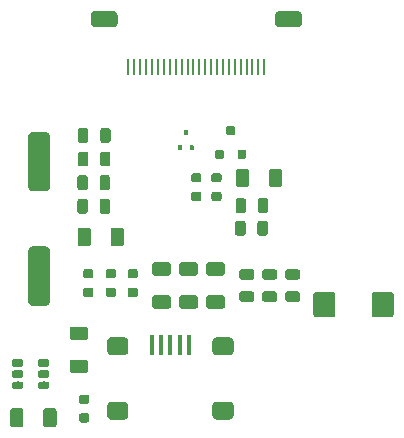
<source format=gtp>
G04 #@! TF.GenerationSoftware,KiCad,Pcbnew,5.0.2*
G04 #@! TF.CreationDate,2019-02-05T18:00:36+01:00*
G04 #@! TF.ProjectId,xling,786c696e-672e-46b6-9963-61645f706362,0.2.5*
G04 #@! TF.SameCoordinates,Original*
G04 #@! TF.FileFunction,Paste,Top*
G04 #@! TF.FilePolarity,Positive*
%FSLAX46Y46*%
G04 Gerber Fmt 4.6, Leading zero omitted, Abs format (unit mm)*
G04 Created by KiCad (PCBNEW 5.0.2) date Tue Feb  5 18:00:36 2019*
%MOMM*%
%LPD*%
G01*
G04 APERTURE LIST*
%ADD10C,0.100000*%
%ADD11C,1.350000*%
%ADD12R,0.225000X1.350000*%
%ADD13R,0.450000X1.800000*%
%ADD14C,1.530000*%
%ADD15C,0.320400*%
%ADD16C,1.890522*%
%ADD17C,0.630000*%
%ADD18C,1.125000*%
%ADD19C,0.877500*%
%ADD20C,1.867500*%
%ADD21C,0.720000*%
%ADD22C,0.787500*%
G04 APERTURE END LIST*
D10*
G04 #@! TO.C,U3*
G36*
X148320581Y-87476625D02*
X148353343Y-87481485D01*
X148385471Y-87489533D01*
X148416656Y-87500691D01*
X148446596Y-87514852D01*
X148475005Y-87531879D01*
X148501608Y-87551609D01*
X148526149Y-87573851D01*
X148548391Y-87598392D01*
X148568121Y-87624995D01*
X148585148Y-87653404D01*
X148599309Y-87683344D01*
X148610467Y-87714529D01*
X148618515Y-87746657D01*
X148623375Y-87779419D01*
X148625000Y-87812500D01*
X148625000Y-88487500D01*
X148623375Y-88520581D01*
X148618515Y-88553343D01*
X148610467Y-88585471D01*
X148599309Y-88616656D01*
X148585148Y-88646596D01*
X148568121Y-88675005D01*
X148548391Y-88701608D01*
X148526149Y-88726149D01*
X148501608Y-88748391D01*
X148475005Y-88768121D01*
X148446596Y-88785148D01*
X148416656Y-88799309D01*
X148385471Y-88810467D01*
X148353343Y-88818515D01*
X148320581Y-88823375D01*
X148287500Y-88825000D01*
X146712500Y-88825000D01*
X146679419Y-88823375D01*
X146646657Y-88818515D01*
X146614529Y-88810467D01*
X146583344Y-88799309D01*
X146553404Y-88785148D01*
X146524995Y-88768121D01*
X146498392Y-88748391D01*
X146473851Y-88726149D01*
X146451609Y-88701608D01*
X146431879Y-88675005D01*
X146414852Y-88646596D01*
X146400691Y-88616656D01*
X146389533Y-88585471D01*
X146381485Y-88553343D01*
X146376625Y-88520581D01*
X146375000Y-88487500D01*
X146375000Y-87812500D01*
X146376625Y-87779419D01*
X146381485Y-87746657D01*
X146389533Y-87714529D01*
X146400691Y-87683344D01*
X146414852Y-87653404D01*
X146431879Y-87624995D01*
X146451609Y-87598392D01*
X146473851Y-87573851D01*
X146498392Y-87551609D01*
X146524995Y-87531879D01*
X146553404Y-87514852D01*
X146583344Y-87500691D01*
X146614529Y-87489533D01*
X146646657Y-87481485D01*
X146679419Y-87476625D01*
X146712500Y-87475000D01*
X148287500Y-87475000D01*
X148320581Y-87476625D01*
X148320581Y-87476625D01*
G37*
D11*
X147500000Y-88150000D03*
D10*
G36*
X132720581Y-87476625D02*
X132753343Y-87481485D01*
X132785471Y-87489533D01*
X132816656Y-87500691D01*
X132846596Y-87514852D01*
X132875005Y-87531879D01*
X132901608Y-87551609D01*
X132926149Y-87573851D01*
X132948391Y-87598392D01*
X132968121Y-87624995D01*
X132985148Y-87653404D01*
X132999309Y-87683344D01*
X133010467Y-87714529D01*
X133018515Y-87746657D01*
X133023375Y-87779419D01*
X133025000Y-87812500D01*
X133025000Y-88487500D01*
X133023375Y-88520581D01*
X133018515Y-88553343D01*
X133010467Y-88585471D01*
X132999309Y-88616656D01*
X132985148Y-88646596D01*
X132968121Y-88675005D01*
X132948391Y-88701608D01*
X132926149Y-88726149D01*
X132901608Y-88748391D01*
X132875005Y-88768121D01*
X132846596Y-88785148D01*
X132816656Y-88799309D01*
X132785471Y-88810467D01*
X132753343Y-88818515D01*
X132720581Y-88823375D01*
X132687500Y-88825000D01*
X131112500Y-88825000D01*
X131079419Y-88823375D01*
X131046657Y-88818515D01*
X131014529Y-88810467D01*
X130983344Y-88799309D01*
X130953404Y-88785148D01*
X130924995Y-88768121D01*
X130898392Y-88748391D01*
X130873851Y-88726149D01*
X130851609Y-88701608D01*
X130831879Y-88675005D01*
X130814852Y-88646596D01*
X130800691Y-88616656D01*
X130789533Y-88585471D01*
X130781485Y-88553343D01*
X130776625Y-88520581D01*
X130775000Y-88487500D01*
X130775000Y-87812500D01*
X130776625Y-87779419D01*
X130781485Y-87746657D01*
X130789533Y-87714529D01*
X130800691Y-87683344D01*
X130814852Y-87653404D01*
X130831879Y-87624995D01*
X130851609Y-87598392D01*
X130873851Y-87573851D01*
X130898392Y-87551609D01*
X130924995Y-87531879D01*
X130953404Y-87514852D01*
X130983344Y-87500691D01*
X131014529Y-87489533D01*
X131046657Y-87481485D01*
X131079419Y-87476625D01*
X131112500Y-87475000D01*
X132687500Y-87475000D01*
X132720581Y-87476625D01*
X132720581Y-87476625D01*
G37*
D11*
X131900000Y-88150000D03*
D12*
X145450000Y-92250000D03*
X144950000Y-92250000D03*
X144450000Y-92250000D03*
X143950000Y-92250000D03*
X143450000Y-92250000D03*
X142950000Y-92250000D03*
X142450000Y-92250000D03*
X141950000Y-92250000D03*
X141450000Y-92250000D03*
X140950000Y-92250000D03*
X140450000Y-92250000D03*
X139950000Y-92250000D03*
X139450000Y-92250000D03*
X138950000Y-92250000D03*
X138450000Y-92250000D03*
X137950000Y-92250000D03*
X137450000Y-92250000D03*
X136950000Y-92250000D03*
X136450000Y-92250000D03*
X135950000Y-92250000D03*
X135450000Y-92250000D03*
X134950000Y-92250000D03*
X134450000Y-92250000D03*
X133950000Y-92250000D03*
G04 #@! TD*
D13*
G04 #@! TO.C,J4*
X135900000Y-115750000D03*
X136700000Y-115750000D03*
X137500000Y-115750000D03*
X138300000Y-115750000D03*
X139100000Y-115750000D03*
D10*
G36*
X133604992Y-115086842D02*
X133642122Y-115092350D01*
X133678534Y-115101470D01*
X133713876Y-115114116D01*
X133747809Y-115130165D01*
X133780006Y-115149463D01*
X133810155Y-115171824D01*
X133837968Y-115197032D01*
X133863176Y-115224845D01*
X133885537Y-115254994D01*
X133904835Y-115287191D01*
X133920884Y-115321124D01*
X133933530Y-115356466D01*
X133942650Y-115392878D01*
X133948158Y-115430008D01*
X133950000Y-115467500D01*
X133950000Y-116232500D01*
X133948158Y-116269992D01*
X133942650Y-116307122D01*
X133933530Y-116343534D01*
X133920884Y-116378876D01*
X133904835Y-116412809D01*
X133885537Y-116445006D01*
X133863176Y-116475155D01*
X133837968Y-116502968D01*
X133810155Y-116528176D01*
X133780006Y-116550537D01*
X133747809Y-116569835D01*
X133713876Y-116585884D01*
X133678534Y-116598530D01*
X133642122Y-116607650D01*
X133604992Y-116613158D01*
X133567500Y-116615000D01*
X132532500Y-116615000D01*
X132495008Y-116613158D01*
X132457878Y-116607650D01*
X132421466Y-116598530D01*
X132386124Y-116585884D01*
X132352191Y-116569835D01*
X132319994Y-116550537D01*
X132289845Y-116528176D01*
X132262032Y-116502968D01*
X132236824Y-116475155D01*
X132214463Y-116445006D01*
X132195165Y-116412809D01*
X132179116Y-116378876D01*
X132166470Y-116343534D01*
X132157350Y-116307122D01*
X132151842Y-116269992D01*
X132150000Y-116232500D01*
X132150000Y-115467500D01*
X132151842Y-115430008D01*
X132157350Y-115392878D01*
X132166470Y-115356466D01*
X132179116Y-115321124D01*
X132195165Y-115287191D01*
X132214463Y-115254994D01*
X132236824Y-115224845D01*
X132262032Y-115197032D01*
X132289845Y-115171824D01*
X132319994Y-115149463D01*
X132352191Y-115130165D01*
X132386124Y-115114116D01*
X132421466Y-115101470D01*
X132457878Y-115092350D01*
X132495008Y-115086842D01*
X132532500Y-115085000D01*
X133567500Y-115085000D01*
X133604992Y-115086842D01*
X133604992Y-115086842D01*
G37*
D14*
X133050000Y-115850000D03*
D10*
G36*
X133604992Y-120536842D02*
X133642122Y-120542350D01*
X133678534Y-120551470D01*
X133713876Y-120564116D01*
X133747809Y-120580165D01*
X133780006Y-120599463D01*
X133810155Y-120621824D01*
X133837968Y-120647032D01*
X133863176Y-120674845D01*
X133885537Y-120704994D01*
X133904835Y-120737191D01*
X133920884Y-120771124D01*
X133933530Y-120806466D01*
X133942650Y-120842878D01*
X133948158Y-120880008D01*
X133950000Y-120917500D01*
X133950000Y-121682500D01*
X133948158Y-121719992D01*
X133942650Y-121757122D01*
X133933530Y-121793534D01*
X133920884Y-121828876D01*
X133904835Y-121862809D01*
X133885537Y-121895006D01*
X133863176Y-121925155D01*
X133837968Y-121952968D01*
X133810155Y-121978176D01*
X133780006Y-122000537D01*
X133747809Y-122019835D01*
X133713876Y-122035884D01*
X133678534Y-122048530D01*
X133642122Y-122057650D01*
X133604992Y-122063158D01*
X133567500Y-122065000D01*
X132532500Y-122065000D01*
X132495008Y-122063158D01*
X132457878Y-122057650D01*
X132421466Y-122048530D01*
X132386124Y-122035884D01*
X132352191Y-122019835D01*
X132319994Y-122000537D01*
X132289845Y-121978176D01*
X132262032Y-121952968D01*
X132236824Y-121925155D01*
X132214463Y-121895006D01*
X132195165Y-121862809D01*
X132179116Y-121828876D01*
X132166470Y-121793534D01*
X132157350Y-121757122D01*
X132151842Y-121719992D01*
X132150000Y-121682500D01*
X132150000Y-120917500D01*
X132151842Y-120880008D01*
X132157350Y-120842878D01*
X132166470Y-120806466D01*
X132179116Y-120771124D01*
X132195165Y-120737191D01*
X132214463Y-120704994D01*
X132236824Y-120674845D01*
X132262032Y-120647032D01*
X132289845Y-120621824D01*
X132319994Y-120599463D01*
X132352191Y-120580165D01*
X132386124Y-120564116D01*
X132421466Y-120551470D01*
X132457878Y-120542350D01*
X132495008Y-120536842D01*
X132532500Y-120535000D01*
X133567500Y-120535000D01*
X133604992Y-120536842D01*
X133604992Y-120536842D01*
G37*
D14*
X133050000Y-121300000D03*
D10*
G36*
X142504992Y-115086842D02*
X142542122Y-115092350D01*
X142578534Y-115101470D01*
X142613876Y-115114116D01*
X142647809Y-115130165D01*
X142680006Y-115149463D01*
X142710155Y-115171824D01*
X142737968Y-115197032D01*
X142763176Y-115224845D01*
X142785537Y-115254994D01*
X142804835Y-115287191D01*
X142820884Y-115321124D01*
X142833530Y-115356466D01*
X142842650Y-115392878D01*
X142848158Y-115430008D01*
X142850000Y-115467500D01*
X142850000Y-116232500D01*
X142848158Y-116269992D01*
X142842650Y-116307122D01*
X142833530Y-116343534D01*
X142820884Y-116378876D01*
X142804835Y-116412809D01*
X142785537Y-116445006D01*
X142763176Y-116475155D01*
X142737968Y-116502968D01*
X142710155Y-116528176D01*
X142680006Y-116550537D01*
X142647809Y-116569835D01*
X142613876Y-116585884D01*
X142578534Y-116598530D01*
X142542122Y-116607650D01*
X142504992Y-116613158D01*
X142467500Y-116615000D01*
X141432500Y-116615000D01*
X141395008Y-116613158D01*
X141357878Y-116607650D01*
X141321466Y-116598530D01*
X141286124Y-116585884D01*
X141252191Y-116569835D01*
X141219994Y-116550537D01*
X141189845Y-116528176D01*
X141162032Y-116502968D01*
X141136824Y-116475155D01*
X141114463Y-116445006D01*
X141095165Y-116412809D01*
X141079116Y-116378876D01*
X141066470Y-116343534D01*
X141057350Y-116307122D01*
X141051842Y-116269992D01*
X141050000Y-116232500D01*
X141050000Y-115467500D01*
X141051842Y-115430008D01*
X141057350Y-115392878D01*
X141066470Y-115356466D01*
X141079116Y-115321124D01*
X141095165Y-115287191D01*
X141114463Y-115254994D01*
X141136824Y-115224845D01*
X141162032Y-115197032D01*
X141189845Y-115171824D01*
X141219994Y-115149463D01*
X141252191Y-115130165D01*
X141286124Y-115114116D01*
X141321466Y-115101470D01*
X141357878Y-115092350D01*
X141395008Y-115086842D01*
X141432500Y-115085000D01*
X142467500Y-115085000D01*
X142504992Y-115086842D01*
X142504992Y-115086842D01*
G37*
D14*
X141950000Y-115850000D03*
D10*
G36*
X142504992Y-120536842D02*
X142542122Y-120542350D01*
X142578534Y-120551470D01*
X142613876Y-120564116D01*
X142647809Y-120580165D01*
X142680006Y-120599463D01*
X142710155Y-120621824D01*
X142737968Y-120647032D01*
X142763176Y-120674845D01*
X142785537Y-120704994D01*
X142804835Y-120737191D01*
X142820884Y-120771124D01*
X142833530Y-120806466D01*
X142842650Y-120842878D01*
X142848158Y-120880008D01*
X142850000Y-120917500D01*
X142850000Y-121682500D01*
X142848158Y-121719992D01*
X142842650Y-121757122D01*
X142833530Y-121793534D01*
X142820884Y-121828876D01*
X142804835Y-121862809D01*
X142785537Y-121895006D01*
X142763176Y-121925155D01*
X142737968Y-121952968D01*
X142710155Y-121978176D01*
X142680006Y-122000537D01*
X142647809Y-122019835D01*
X142613876Y-122035884D01*
X142578534Y-122048530D01*
X142542122Y-122057650D01*
X142504992Y-122063158D01*
X142467500Y-122065000D01*
X141432500Y-122065000D01*
X141395008Y-122063158D01*
X141357878Y-122057650D01*
X141321466Y-122048530D01*
X141286124Y-122035884D01*
X141252191Y-122019835D01*
X141219994Y-122000537D01*
X141189845Y-121978176D01*
X141162032Y-121952968D01*
X141136824Y-121925155D01*
X141114463Y-121895006D01*
X141095165Y-121862809D01*
X141079116Y-121828876D01*
X141066470Y-121793534D01*
X141057350Y-121757122D01*
X141051842Y-121719992D01*
X141050000Y-121682500D01*
X141050000Y-120917500D01*
X141051842Y-120880008D01*
X141057350Y-120842878D01*
X141066470Y-120806466D01*
X141079116Y-120771124D01*
X141095165Y-120737191D01*
X141114463Y-120704994D01*
X141136824Y-120674845D01*
X141162032Y-120647032D01*
X141189845Y-120621824D01*
X141219994Y-120599463D01*
X141252191Y-120580165D01*
X141286124Y-120564116D01*
X141321466Y-120551470D01*
X141357878Y-120542350D01*
X141395008Y-120536842D01*
X141432500Y-120535000D01*
X142467500Y-120535000D01*
X142504992Y-120536842D01*
X142504992Y-120536842D01*
G37*
D14*
X141950000Y-121300000D03*
G04 #@! TD*
D10*
G04 #@! TO.C,Q3*
G36*
X138887951Y-97523786D02*
X138895727Y-97524939D01*
X138903352Y-97526849D01*
X138910753Y-97529497D01*
X138917859Y-97532858D01*
X138924601Y-97536899D01*
X138930915Y-97541582D01*
X138936739Y-97546861D01*
X138942018Y-97552685D01*
X138946701Y-97558999D01*
X138950742Y-97565741D01*
X138954103Y-97572847D01*
X138956751Y-97580248D01*
X138958661Y-97587873D01*
X138959814Y-97595649D01*
X138960200Y-97603500D01*
X138960200Y-97900500D01*
X138959814Y-97908351D01*
X138958661Y-97916127D01*
X138956751Y-97923752D01*
X138954103Y-97931153D01*
X138950742Y-97938259D01*
X138946701Y-97945001D01*
X138942018Y-97951315D01*
X138936739Y-97957139D01*
X138930915Y-97962418D01*
X138924601Y-97967101D01*
X138917859Y-97971142D01*
X138910753Y-97974503D01*
X138903352Y-97977151D01*
X138895727Y-97979061D01*
X138887951Y-97980214D01*
X138880100Y-97980600D01*
X138719900Y-97980600D01*
X138712049Y-97980214D01*
X138704273Y-97979061D01*
X138696648Y-97977151D01*
X138689247Y-97974503D01*
X138682141Y-97971142D01*
X138675399Y-97967101D01*
X138669085Y-97962418D01*
X138663261Y-97957139D01*
X138657982Y-97951315D01*
X138653299Y-97945001D01*
X138649258Y-97938259D01*
X138645897Y-97931153D01*
X138643249Y-97923752D01*
X138641339Y-97916127D01*
X138640186Y-97908351D01*
X138639800Y-97900500D01*
X138639800Y-97603500D01*
X138640186Y-97595649D01*
X138641339Y-97587873D01*
X138643249Y-97580248D01*
X138645897Y-97572847D01*
X138649258Y-97565741D01*
X138653299Y-97558999D01*
X138657982Y-97552685D01*
X138663261Y-97546861D01*
X138669085Y-97541582D01*
X138675399Y-97536899D01*
X138682141Y-97532858D01*
X138689247Y-97529497D01*
X138696648Y-97526849D01*
X138704273Y-97524939D01*
X138712049Y-97523786D01*
X138719900Y-97523400D01*
X138880100Y-97523400D01*
X138887951Y-97523786D01*
X138887951Y-97523786D01*
G37*
D15*
X138800000Y-97752000D03*
D10*
G36*
X138387951Y-98818786D02*
X138395727Y-98819939D01*
X138403352Y-98821849D01*
X138410753Y-98824497D01*
X138417859Y-98827858D01*
X138424601Y-98831899D01*
X138430915Y-98836582D01*
X138436739Y-98841861D01*
X138442018Y-98847685D01*
X138446701Y-98853999D01*
X138450742Y-98860741D01*
X138454103Y-98867847D01*
X138456751Y-98875248D01*
X138458661Y-98882873D01*
X138459814Y-98890649D01*
X138460200Y-98898500D01*
X138460200Y-99195500D01*
X138459814Y-99203351D01*
X138458661Y-99211127D01*
X138456751Y-99218752D01*
X138454103Y-99226153D01*
X138450742Y-99233259D01*
X138446701Y-99240001D01*
X138442018Y-99246315D01*
X138436739Y-99252139D01*
X138430915Y-99257418D01*
X138424601Y-99262101D01*
X138417859Y-99266142D01*
X138410753Y-99269503D01*
X138403352Y-99272151D01*
X138395727Y-99274061D01*
X138387951Y-99275214D01*
X138380100Y-99275600D01*
X138219900Y-99275600D01*
X138212049Y-99275214D01*
X138204273Y-99274061D01*
X138196648Y-99272151D01*
X138189247Y-99269503D01*
X138182141Y-99266142D01*
X138175399Y-99262101D01*
X138169085Y-99257418D01*
X138163261Y-99252139D01*
X138157982Y-99246315D01*
X138153299Y-99240001D01*
X138149258Y-99233259D01*
X138145897Y-99226153D01*
X138143249Y-99218752D01*
X138141339Y-99211127D01*
X138140186Y-99203351D01*
X138139800Y-99195500D01*
X138139800Y-98898500D01*
X138140186Y-98890649D01*
X138141339Y-98882873D01*
X138143249Y-98875248D01*
X138145897Y-98867847D01*
X138149258Y-98860741D01*
X138153299Y-98853999D01*
X138157982Y-98847685D01*
X138163261Y-98841861D01*
X138169085Y-98836582D01*
X138175399Y-98831899D01*
X138182141Y-98827858D01*
X138189247Y-98824497D01*
X138196648Y-98821849D01*
X138204273Y-98819939D01*
X138212049Y-98818786D01*
X138219900Y-98818400D01*
X138380100Y-98818400D01*
X138387951Y-98818786D01*
X138387951Y-98818786D01*
G37*
D15*
X138300000Y-99047000D03*
D10*
G36*
X139387951Y-98818786D02*
X139395727Y-98819939D01*
X139403352Y-98821849D01*
X139410753Y-98824497D01*
X139417859Y-98827858D01*
X139424601Y-98831899D01*
X139430915Y-98836582D01*
X139436739Y-98841861D01*
X139442018Y-98847685D01*
X139446701Y-98853999D01*
X139450742Y-98860741D01*
X139454103Y-98867847D01*
X139456751Y-98875248D01*
X139458661Y-98882873D01*
X139459814Y-98890649D01*
X139460200Y-98898500D01*
X139460200Y-99195500D01*
X139459814Y-99203351D01*
X139458661Y-99211127D01*
X139456751Y-99218752D01*
X139454103Y-99226153D01*
X139450742Y-99233259D01*
X139446701Y-99240001D01*
X139442018Y-99246315D01*
X139436739Y-99252139D01*
X139430915Y-99257418D01*
X139424601Y-99262101D01*
X139417859Y-99266142D01*
X139410753Y-99269503D01*
X139403352Y-99272151D01*
X139395727Y-99274061D01*
X139387951Y-99275214D01*
X139380100Y-99275600D01*
X139219900Y-99275600D01*
X139212049Y-99275214D01*
X139204273Y-99274061D01*
X139196648Y-99272151D01*
X139189247Y-99269503D01*
X139182141Y-99266142D01*
X139175399Y-99262101D01*
X139169085Y-99257418D01*
X139163261Y-99252139D01*
X139157982Y-99246315D01*
X139153299Y-99240001D01*
X139149258Y-99233259D01*
X139145897Y-99226153D01*
X139143249Y-99218752D01*
X139141339Y-99211127D01*
X139140186Y-99203351D01*
X139139800Y-99195500D01*
X139139800Y-98898500D01*
X139140186Y-98890649D01*
X139141339Y-98882873D01*
X139143249Y-98875248D01*
X139145897Y-98867847D01*
X139149258Y-98860741D01*
X139153299Y-98853999D01*
X139157982Y-98847685D01*
X139163261Y-98841861D01*
X139169085Y-98836582D01*
X139175399Y-98831899D01*
X139182141Y-98827858D01*
X139189247Y-98824497D01*
X139196648Y-98821849D01*
X139204273Y-98819939D01*
X139212049Y-98818786D01*
X139219900Y-98818400D01*
X139380100Y-98818400D01*
X139387951Y-98818786D01*
X139387951Y-98818786D01*
G37*
D15*
X139300000Y-99047000D03*
G04 #@! TD*
D10*
G04 #@! TO.C,Y1*
G36*
X126898957Y-107390821D02*
X126944837Y-107397626D01*
X126989828Y-107408896D01*
X127033499Y-107424522D01*
X127075427Y-107444353D01*
X127115210Y-107468198D01*
X127152464Y-107495827D01*
X127186831Y-107526975D01*
X127217979Y-107561342D01*
X127245608Y-107598596D01*
X127269453Y-107638379D01*
X127289284Y-107680307D01*
X127304910Y-107723978D01*
X127316180Y-107768969D01*
X127322985Y-107814849D01*
X127325261Y-107861175D01*
X127325261Y-111956545D01*
X127322985Y-112002871D01*
X127316180Y-112048751D01*
X127304910Y-112093742D01*
X127289284Y-112137413D01*
X127269453Y-112179341D01*
X127245608Y-112219124D01*
X127217979Y-112256378D01*
X127186831Y-112290745D01*
X127152464Y-112321893D01*
X127115210Y-112349522D01*
X127075427Y-112373367D01*
X127033499Y-112393198D01*
X126989828Y-112408824D01*
X126944837Y-112420094D01*
X126898957Y-112426899D01*
X126852631Y-112429175D01*
X125907369Y-112429175D01*
X125861043Y-112426899D01*
X125815163Y-112420094D01*
X125770172Y-112408824D01*
X125726501Y-112393198D01*
X125684573Y-112373367D01*
X125644790Y-112349522D01*
X125607536Y-112321893D01*
X125573169Y-112290745D01*
X125542021Y-112256378D01*
X125514392Y-112219124D01*
X125490547Y-112179341D01*
X125470716Y-112137413D01*
X125455090Y-112093742D01*
X125443820Y-112048751D01*
X125437015Y-112002871D01*
X125434739Y-111956545D01*
X125434739Y-107861175D01*
X125437015Y-107814849D01*
X125443820Y-107768969D01*
X125455090Y-107723978D01*
X125470716Y-107680307D01*
X125490547Y-107638379D01*
X125514392Y-107598596D01*
X125542021Y-107561342D01*
X125573169Y-107526975D01*
X125607536Y-107495827D01*
X125644790Y-107468198D01*
X125684573Y-107444353D01*
X125726501Y-107424522D01*
X125770172Y-107408896D01*
X125815163Y-107397626D01*
X125861043Y-107390821D01*
X125907369Y-107388545D01*
X126852631Y-107388545D01*
X126898957Y-107390821D01*
X126898957Y-107390821D01*
G37*
D16*
X126380000Y-109908860D03*
D10*
G36*
X126898957Y-97693101D02*
X126944837Y-97699906D01*
X126989828Y-97711176D01*
X127033499Y-97726802D01*
X127075427Y-97746633D01*
X127115210Y-97770478D01*
X127152464Y-97798107D01*
X127186831Y-97829255D01*
X127217979Y-97863622D01*
X127245608Y-97900876D01*
X127269453Y-97940659D01*
X127289284Y-97982587D01*
X127304910Y-98026258D01*
X127316180Y-98071249D01*
X127322985Y-98117129D01*
X127325261Y-98163455D01*
X127325261Y-102258825D01*
X127322985Y-102305151D01*
X127316180Y-102351031D01*
X127304910Y-102396022D01*
X127289284Y-102439693D01*
X127269453Y-102481621D01*
X127245608Y-102521404D01*
X127217979Y-102558658D01*
X127186831Y-102593025D01*
X127152464Y-102624173D01*
X127115210Y-102651802D01*
X127075427Y-102675647D01*
X127033499Y-102695478D01*
X126989828Y-102711104D01*
X126944837Y-102722374D01*
X126898957Y-102729179D01*
X126852631Y-102731455D01*
X125907369Y-102731455D01*
X125861043Y-102729179D01*
X125815163Y-102722374D01*
X125770172Y-102711104D01*
X125726501Y-102695478D01*
X125684573Y-102675647D01*
X125644790Y-102651802D01*
X125607536Y-102624173D01*
X125573169Y-102593025D01*
X125542021Y-102558658D01*
X125514392Y-102521404D01*
X125490547Y-102481621D01*
X125470716Y-102439693D01*
X125455090Y-102396022D01*
X125443820Y-102351031D01*
X125437015Y-102305151D01*
X125434739Y-102258825D01*
X125434739Y-98163455D01*
X125437015Y-98117129D01*
X125443820Y-98071249D01*
X125455090Y-98026258D01*
X125470716Y-97982587D01*
X125490547Y-97940659D01*
X125514392Y-97900876D01*
X125542021Y-97863622D01*
X125573169Y-97829255D01*
X125607536Y-97798107D01*
X125644790Y-97770478D01*
X125684573Y-97746633D01*
X125726501Y-97726802D01*
X125770172Y-97711176D01*
X125815163Y-97699906D01*
X125861043Y-97693101D01*
X125907369Y-97690825D01*
X126852631Y-97690825D01*
X126898957Y-97693101D01*
X126898957Y-97693101D01*
G37*
D16*
X126380000Y-100211140D03*
G04 #@! TD*
D10*
G04 #@! TO.C,U5*
G36*
X124868438Y-117895758D02*
X124883727Y-117898026D01*
X124898720Y-117901782D01*
X124913273Y-117906989D01*
X124927245Y-117913597D01*
X124940502Y-117921544D01*
X124952917Y-117930751D01*
X124964369Y-117941131D01*
X124974749Y-117952583D01*
X124983956Y-117964998D01*
X124991903Y-117978255D01*
X124998511Y-117992227D01*
X125003718Y-118006780D01*
X125007474Y-118021773D01*
X125009742Y-118037062D01*
X125010500Y-118052500D01*
X125010500Y-118367500D01*
X125009742Y-118382938D01*
X125007474Y-118398227D01*
X125003718Y-118413220D01*
X124998511Y-118427773D01*
X124991903Y-118441745D01*
X124983956Y-118455002D01*
X124974749Y-118467417D01*
X124964369Y-118478869D01*
X124952917Y-118489249D01*
X124940502Y-118498456D01*
X124927245Y-118506403D01*
X124913273Y-118513011D01*
X124898720Y-118518218D01*
X124883727Y-118521974D01*
X124868438Y-118524242D01*
X124853000Y-118525000D01*
X124268000Y-118525000D01*
X124252562Y-118524242D01*
X124237273Y-118521974D01*
X124222280Y-118518218D01*
X124207727Y-118513011D01*
X124193755Y-118506403D01*
X124180498Y-118498456D01*
X124168083Y-118489249D01*
X124156631Y-118478869D01*
X124146251Y-118467417D01*
X124137044Y-118455002D01*
X124129097Y-118441745D01*
X124122489Y-118427773D01*
X124117282Y-118413220D01*
X124113526Y-118398227D01*
X124111258Y-118382938D01*
X124110500Y-118367500D01*
X124110500Y-118052500D01*
X124111258Y-118037062D01*
X124113526Y-118021773D01*
X124117282Y-118006780D01*
X124122489Y-117992227D01*
X124129097Y-117978255D01*
X124137044Y-117964998D01*
X124146251Y-117952583D01*
X124156631Y-117941131D01*
X124168083Y-117930751D01*
X124180498Y-117921544D01*
X124193755Y-117913597D01*
X124207727Y-117906989D01*
X124222280Y-117901782D01*
X124237273Y-117898026D01*
X124252562Y-117895758D01*
X124268000Y-117895000D01*
X124853000Y-117895000D01*
X124868438Y-117895758D01*
X124868438Y-117895758D01*
G37*
D17*
X124560500Y-118210000D03*
D10*
G36*
X124868438Y-118845758D02*
X124883727Y-118848026D01*
X124898720Y-118851782D01*
X124913273Y-118856989D01*
X124927245Y-118863597D01*
X124940502Y-118871544D01*
X124952917Y-118880751D01*
X124964369Y-118891131D01*
X124974749Y-118902583D01*
X124983956Y-118914998D01*
X124991903Y-118928255D01*
X124998511Y-118942227D01*
X125003718Y-118956780D01*
X125007474Y-118971773D01*
X125009742Y-118987062D01*
X125010500Y-119002500D01*
X125010500Y-119317500D01*
X125009742Y-119332938D01*
X125007474Y-119348227D01*
X125003718Y-119363220D01*
X124998511Y-119377773D01*
X124991903Y-119391745D01*
X124983956Y-119405002D01*
X124974749Y-119417417D01*
X124964369Y-119428869D01*
X124952917Y-119439249D01*
X124940502Y-119448456D01*
X124927245Y-119456403D01*
X124913273Y-119463011D01*
X124898720Y-119468218D01*
X124883727Y-119471974D01*
X124868438Y-119474242D01*
X124853000Y-119475000D01*
X124268000Y-119475000D01*
X124252562Y-119474242D01*
X124237273Y-119471974D01*
X124222280Y-119468218D01*
X124207727Y-119463011D01*
X124193755Y-119456403D01*
X124180498Y-119448456D01*
X124168083Y-119439249D01*
X124156631Y-119428869D01*
X124146251Y-119417417D01*
X124137044Y-119405002D01*
X124129097Y-119391745D01*
X124122489Y-119377773D01*
X124117282Y-119363220D01*
X124113526Y-119348227D01*
X124111258Y-119332938D01*
X124110500Y-119317500D01*
X124110500Y-119002500D01*
X124111258Y-118987062D01*
X124113526Y-118971773D01*
X124117282Y-118956780D01*
X124122489Y-118942227D01*
X124129097Y-118928255D01*
X124137044Y-118914998D01*
X124146251Y-118902583D01*
X124156631Y-118891131D01*
X124168083Y-118880751D01*
X124180498Y-118871544D01*
X124193755Y-118863597D01*
X124207727Y-118856989D01*
X124222280Y-118851782D01*
X124237273Y-118848026D01*
X124252562Y-118845758D01*
X124268000Y-118845000D01*
X124853000Y-118845000D01*
X124868438Y-118845758D01*
X124868438Y-118845758D01*
G37*
D17*
X124560500Y-119160000D03*
D10*
G36*
X124868438Y-116945758D02*
X124883727Y-116948026D01*
X124898720Y-116951782D01*
X124913273Y-116956989D01*
X124927245Y-116963597D01*
X124940502Y-116971544D01*
X124952917Y-116980751D01*
X124964369Y-116991131D01*
X124974749Y-117002583D01*
X124983956Y-117014998D01*
X124991903Y-117028255D01*
X124998511Y-117042227D01*
X125003718Y-117056780D01*
X125007474Y-117071773D01*
X125009742Y-117087062D01*
X125010500Y-117102500D01*
X125010500Y-117417500D01*
X125009742Y-117432938D01*
X125007474Y-117448227D01*
X125003718Y-117463220D01*
X124998511Y-117477773D01*
X124991903Y-117491745D01*
X124983956Y-117505002D01*
X124974749Y-117517417D01*
X124964369Y-117528869D01*
X124952917Y-117539249D01*
X124940502Y-117548456D01*
X124927245Y-117556403D01*
X124913273Y-117563011D01*
X124898720Y-117568218D01*
X124883727Y-117571974D01*
X124868438Y-117574242D01*
X124853000Y-117575000D01*
X124268000Y-117575000D01*
X124252562Y-117574242D01*
X124237273Y-117571974D01*
X124222280Y-117568218D01*
X124207727Y-117563011D01*
X124193755Y-117556403D01*
X124180498Y-117548456D01*
X124168083Y-117539249D01*
X124156631Y-117528869D01*
X124146251Y-117517417D01*
X124137044Y-117505002D01*
X124129097Y-117491745D01*
X124122489Y-117477773D01*
X124117282Y-117463220D01*
X124113526Y-117448227D01*
X124111258Y-117432938D01*
X124110500Y-117417500D01*
X124110500Y-117102500D01*
X124111258Y-117087062D01*
X124113526Y-117071773D01*
X124117282Y-117056780D01*
X124122489Y-117042227D01*
X124129097Y-117028255D01*
X124137044Y-117014998D01*
X124146251Y-117002583D01*
X124156631Y-116991131D01*
X124168083Y-116980751D01*
X124180498Y-116971544D01*
X124193755Y-116963597D01*
X124207727Y-116956989D01*
X124222280Y-116951782D01*
X124237273Y-116948026D01*
X124252562Y-116945758D01*
X124268000Y-116945000D01*
X124853000Y-116945000D01*
X124868438Y-116945758D01*
X124868438Y-116945758D01*
G37*
D17*
X124560500Y-117260000D03*
D10*
G36*
X127067438Y-116945758D02*
X127082727Y-116948026D01*
X127097720Y-116951782D01*
X127112273Y-116956989D01*
X127126245Y-116963597D01*
X127139502Y-116971544D01*
X127151917Y-116980751D01*
X127163369Y-116991131D01*
X127173749Y-117002583D01*
X127182956Y-117014998D01*
X127190903Y-117028255D01*
X127197511Y-117042227D01*
X127202718Y-117056780D01*
X127206474Y-117071773D01*
X127208742Y-117087062D01*
X127209500Y-117102500D01*
X127209500Y-117417500D01*
X127208742Y-117432938D01*
X127206474Y-117448227D01*
X127202718Y-117463220D01*
X127197511Y-117477773D01*
X127190903Y-117491745D01*
X127182956Y-117505002D01*
X127173749Y-117517417D01*
X127163369Y-117528869D01*
X127151917Y-117539249D01*
X127139502Y-117548456D01*
X127126245Y-117556403D01*
X127112273Y-117563011D01*
X127097720Y-117568218D01*
X127082727Y-117571974D01*
X127067438Y-117574242D01*
X127052000Y-117575000D01*
X126467000Y-117575000D01*
X126451562Y-117574242D01*
X126436273Y-117571974D01*
X126421280Y-117568218D01*
X126406727Y-117563011D01*
X126392755Y-117556403D01*
X126379498Y-117548456D01*
X126367083Y-117539249D01*
X126355631Y-117528869D01*
X126345251Y-117517417D01*
X126336044Y-117505002D01*
X126328097Y-117491745D01*
X126321489Y-117477773D01*
X126316282Y-117463220D01*
X126312526Y-117448227D01*
X126310258Y-117432938D01*
X126309500Y-117417500D01*
X126309500Y-117102500D01*
X126310258Y-117087062D01*
X126312526Y-117071773D01*
X126316282Y-117056780D01*
X126321489Y-117042227D01*
X126328097Y-117028255D01*
X126336044Y-117014998D01*
X126345251Y-117002583D01*
X126355631Y-116991131D01*
X126367083Y-116980751D01*
X126379498Y-116971544D01*
X126392755Y-116963597D01*
X126406727Y-116956989D01*
X126421280Y-116951782D01*
X126436273Y-116948026D01*
X126451562Y-116945758D01*
X126467000Y-116945000D01*
X127052000Y-116945000D01*
X127067438Y-116945758D01*
X127067438Y-116945758D01*
G37*
D17*
X126759500Y-117260000D03*
D10*
G36*
X127067438Y-117895758D02*
X127082727Y-117898026D01*
X127097720Y-117901782D01*
X127112273Y-117906989D01*
X127126245Y-117913597D01*
X127139502Y-117921544D01*
X127151917Y-117930751D01*
X127163369Y-117941131D01*
X127173749Y-117952583D01*
X127182956Y-117964998D01*
X127190903Y-117978255D01*
X127197511Y-117992227D01*
X127202718Y-118006780D01*
X127206474Y-118021773D01*
X127208742Y-118037062D01*
X127209500Y-118052500D01*
X127209500Y-118367500D01*
X127208742Y-118382938D01*
X127206474Y-118398227D01*
X127202718Y-118413220D01*
X127197511Y-118427773D01*
X127190903Y-118441745D01*
X127182956Y-118455002D01*
X127173749Y-118467417D01*
X127163369Y-118478869D01*
X127151917Y-118489249D01*
X127139502Y-118498456D01*
X127126245Y-118506403D01*
X127112273Y-118513011D01*
X127097720Y-118518218D01*
X127082727Y-118521974D01*
X127067438Y-118524242D01*
X127052000Y-118525000D01*
X126467000Y-118525000D01*
X126451562Y-118524242D01*
X126436273Y-118521974D01*
X126421280Y-118518218D01*
X126406727Y-118513011D01*
X126392755Y-118506403D01*
X126379498Y-118498456D01*
X126367083Y-118489249D01*
X126355631Y-118478869D01*
X126345251Y-118467417D01*
X126336044Y-118455002D01*
X126328097Y-118441745D01*
X126321489Y-118427773D01*
X126316282Y-118413220D01*
X126312526Y-118398227D01*
X126310258Y-118382938D01*
X126309500Y-118367500D01*
X126309500Y-118052500D01*
X126310258Y-118037062D01*
X126312526Y-118021773D01*
X126316282Y-118006780D01*
X126321489Y-117992227D01*
X126328097Y-117978255D01*
X126336044Y-117964998D01*
X126345251Y-117952583D01*
X126355631Y-117941131D01*
X126367083Y-117930751D01*
X126379498Y-117921544D01*
X126392755Y-117913597D01*
X126406727Y-117906989D01*
X126421280Y-117901782D01*
X126436273Y-117898026D01*
X126451562Y-117895758D01*
X126467000Y-117895000D01*
X127052000Y-117895000D01*
X127067438Y-117895758D01*
X127067438Y-117895758D01*
G37*
D17*
X126759500Y-118210000D03*
D10*
G36*
X127067438Y-118845758D02*
X127082727Y-118848026D01*
X127097720Y-118851782D01*
X127112273Y-118856989D01*
X127126245Y-118863597D01*
X127139502Y-118871544D01*
X127151917Y-118880751D01*
X127163369Y-118891131D01*
X127173749Y-118902583D01*
X127182956Y-118914998D01*
X127190903Y-118928255D01*
X127197511Y-118942227D01*
X127202718Y-118956780D01*
X127206474Y-118971773D01*
X127208742Y-118987062D01*
X127209500Y-119002500D01*
X127209500Y-119317500D01*
X127208742Y-119332938D01*
X127206474Y-119348227D01*
X127202718Y-119363220D01*
X127197511Y-119377773D01*
X127190903Y-119391745D01*
X127182956Y-119405002D01*
X127173749Y-119417417D01*
X127163369Y-119428869D01*
X127151917Y-119439249D01*
X127139502Y-119448456D01*
X127126245Y-119456403D01*
X127112273Y-119463011D01*
X127097720Y-119468218D01*
X127082727Y-119471974D01*
X127067438Y-119474242D01*
X127052000Y-119475000D01*
X126467000Y-119475000D01*
X126451562Y-119474242D01*
X126436273Y-119471974D01*
X126421280Y-119468218D01*
X126406727Y-119463011D01*
X126392755Y-119456403D01*
X126379498Y-119448456D01*
X126367083Y-119439249D01*
X126355631Y-119428869D01*
X126345251Y-119417417D01*
X126336044Y-119405002D01*
X126328097Y-119391745D01*
X126321489Y-119377773D01*
X126316282Y-119363220D01*
X126312526Y-119348227D01*
X126310258Y-119332938D01*
X126309500Y-119317500D01*
X126309500Y-119002500D01*
X126310258Y-118987062D01*
X126312526Y-118971773D01*
X126316282Y-118956780D01*
X126321489Y-118942227D01*
X126328097Y-118928255D01*
X126336044Y-118914998D01*
X126345251Y-118902583D01*
X126355631Y-118891131D01*
X126367083Y-118880751D01*
X126379498Y-118871544D01*
X126392755Y-118863597D01*
X126406727Y-118856989D01*
X126421280Y-118851782D01*
X126436273Y-118848026D01*
X126451562Y-118845758D01*
X126467000Y-118845000D01*
X127052000Y-118845000D01*
X127067438Y-118845758D01*
X127067438Y-118845758D01*
G37*
D17*
X126759500Y-119160000D03*
G04 #@! TD*
D10*
G04 #@! TO.C,C3*
G36*
X130334554Y-114188583D02*
X130356395Y-114191823D01*
X130377814Y-114197188D01*
X130398604Y-114204627D01*
X130418564Y-114214068D01*
X130437503Y-114225419D01*
X130455238Y-114238573D01*
X130471599Y-114253401D01*
X130486427Y-114269762D01*
X130499581Y-114287497D01*
X130510932Y-114306436D01*
X130520373Y-114326396D01*
X130527812Y-114347186D01*
X130533177Y-114368605D01*
X130536417Y-114390446D01*
X130537500Y-114412500D01*
X130537500Y-115087500D01*
X130536417Y-115109554D01*
X130533177Y-115131395D01*
X130527812Y-115152814D01*
X130520373Y-115173604D01*
X130510932Y-115193564D01*
X130499581Y-115212503D01*
X130486427Y-115230238D01*
X130471599Y-115246599D01*
X130455238Y-115261427D01*
X130437503Y-115274581D01*
X130418564Y-115285932D01*
X130398604Y-115295373D01*
X130377814Y-115302812D01*
X130356395Y-115308177D01*
X130334554Y-115311417D01*
X130312500Y-115312500D01*
X129187500Y-115312500D01*
X129165446Y-115311417D01*
X129143605Y-115308177D01*
X129122186Y-115302812D01*
X129101396Y-115295373D01*
X129081436Y-115285932D01*
X129062497Y-115274581D01*
X129044762Y-115261427D01*
X129028401Y-115246599D01*
X129013573Y-115230238D01*
X129000419Y-115212503D01*
X128989068Y-115193564D01*
X128979627Y-115173604D01*
X128972188Y-115152814D01*
X128966823Y-115131395D01*
X128963583Y-115109554D01*
X128962500Y-115087500D01*
X128962500Y-114412500D01*
X128963583Y-114390446D01*
X128966823Y-114368605D01*
X128972188Y-114347186D01*
X128979627Y-114326396D01*
X128989068Y-114306436D01*
X129000419Y-114287497D01*
X129013573Y-114269762D01*
X129028401Y-114253401D01*
X129044762Y-114238573D01*
X129062497Y-114225419D01*
X129081436Y-114214068D01*
X129101396Y-114204627D01*
X129122186Y-114197188D01*
X129143605Y-114191823D01*
X129165446Y-114188583D01*
X129187500Y-114187500D01*
X130312500Y-114187500D01*
X130334554Y-114188583D01*
X130334554Y-114188583D01*
G37*
D18*
X129750000Y-114750000D03*
D10*
G36*
X130334554Y-116988583D02*
X130356395Y-116991823D01*
X130377814Y-116997188D01*
X130398604Y-117004627D01*
X130418564Y-117014068D01*
X130437503Y-117025419D01*
X130455238Y-117038573D01*
X130471599Y-117053401D01*
X130486427Y-117069762D01*
X130499581Y-117087497D01*
X130510932Y-117106436D01*
X130520373Y-117126396D01*
X130527812Y-117147186D01*
X130533177Y-117168605D01*
X130536417Y-117190446D01*
X130537500Y-117212500D01*
X130537500Y-117887500D01*
X130536417Y-117909554D01*
X130533177Y-117931395D01*
X130527812Y-117952814D01*
X130520373Y-117973604D01*
X130510932Y-117993564D01*
X130499581Y-118012503D01*
X130486427Y-118030238D01*
X130471599Y-118046599D01*
X130455238Y-118061427D01*
X130437503Y-118074581D01*
X130418564Y-118085932D01*
X130398604Y-118095373D01*
X130377814Y-118102812D01*
X130356395Y-118108177D01*
X130334554Y-118111417D01*
X130312500Y-118112500D01*
X129187500Y-118112500D01*
X129165446Y-118111417D01*
X129143605Y-118108177D01*
X129122186Y-118102812D01*
X129101396Y-118095373D01*
X129081436Y-118085932D01*
X129062497Y-118074581D01*
X129044762Y-118061427D01*
X129028401Y-118046599D01*
X129013573Y-118030238D01*
X129000419Y-118012503D01*
X128989068Y-117993564D01*
X128979627Y-117973604D01*
X128972188Y-117952814D01*
X128966823Y-117931395D01*
X128963583Y-117909554D01*
X128962500Y-117887500D01*
X128962500Y-117212500D01*
X128963583Y-117190446D01*
X128966823Y-117168605D01*
X128972188Y-117147186D01*
X128979627Y-117126396D01*
X128989068Y-117106436D01*
X129000419Y-117087497D01*
X129013573Y-117069762D01*
X129028401Y-117053401D01*
X129044762Y-117038573D01*
X129062497Y-117025419D01*
X129081436Y-117014068D01*
X129101396Y-117004627D01*
X129122186Y-116997188D01*
X129143605Y-116991823D01*
X129165446Y-116988583D01*
X129187500Y-116987500D01*
X130312500Y-116987500D01*
X130334554Y-116988583D01*
X130334554Y-116988583D01*
G37*
D18*
X129750000Y-117550000D03*
G04 #@! TD*
D10*
G04 #@! TO.C,C7*
G36*
X132178378Y-101371056D02*
X132199673Y-101374215D01*
X132220556Y-101379446D01*
X132240826Y-101386699D01*
X132260288Y-101395904D01*
X132278753Y-101406971D01*
X132296045Y-101419796D01*
X132311997Y-101434253D01*
X132326454Y-101450205D01*
X132339279Y-101467497D01*
X132350346Y-101485962D01*
X132359551Y-101505424D01*
X132366804Y-101525694D01*
X132372035Y-101546577D01*
X132375194Y-101567872D01*
X132376250Y-101589375D01*
X132376250Y-102410625D01*
X132375194Y-102432128D01*
X132372035Y-102453423D01*
X132366804Y-102474306D01*
X132359551Y-102494576D01*
X132350346Y-102514038D01*
X132339279Y-102532503D01*
X132326454Y-102549795D01*
X132311997Y-102565747D01*
X132296045Y-102580204D01*
X132278753Y-102593029D01*
X132260288Y-102604096D01*
X132240826Y-102613301D01*
X132220556Y-102620554D01*
X132199673Y-102625785D01*
X132178378Y-102628944D01*
X132156875Y-102630000D01*
X131718125Y-102630000D01*
X131696622Y-102628944D01*
X131675327Y-102625785D01*
X131654444Y-102620554D01*
X131634174Y-102613301D01*
X131614712Y-102604096D01*
X131596247Y-102593029D01*
X131578955Y-102580204D01*
X131563003Y-102565747D01*
X131548546Y-102549795D01*
X131535721Y-102532503D01*
X131524654Y-102514038D01*
X131515449Y-102494576D01*
X131508196Y-102474306D01*
X131502965Y-102453423D01*
X131499806Y-102432128D01*
X131498750Y-102410625D01*
X131498750Y-101589375D01*
X131499806Y-101567872D01*
X131502965Y-101546577D01*
X131508196Y-101525694D01*
X131515449Y-101505424D01*
X131524654Y-101485962D01*
X131535721Y-101467497D01*
X131548546Y-101450205D01*
X131563003Y-101434253D01*
X131578955Y-101419796D01*
X131596247Y-101406971D01*
X131614712Y-101395904D01*
X131634174Y-101386699D01*
X131654444Y-101379446D01*
X131675327Y-101374215D01*
X131696622Y-101371056D01*
X131718125Y-101370000D01*
X132156875Y-101370000D01*
X132178378Y-101371056D01*
X132178378Y-101371056D01*
G37*
D19*
X131937500Y-102000000D03*
D10*
G36*
X130303378Y-101371056D02*
X130324673Y-101374215D01*
X130345556Y-101379446D01*
X130365826Y-101386699D01*
X130385288Y-101395904D01*
X130403753Y-101406971D01*
X130421045Y-101419796D01*
X130436997Y-101434253D01*
X130451454Y-101450205D01*
X130464279Y-101467497D01*
X130475346Y-101485962D01*
X130484551Y-101505424D01*
X130491804Y-101525694D01*
X130497035Y-101546577D01*
X130500194Y-101567872D01*
X130501250Y-101589375D01*
X130501250Y-102410625D01*
X130500194Y-102432128D01*
X130497035Y-102453423D01*
X130491804Y-102474306D01*
X130484551Y-102494576D01*
X130475346Y-102514038D01*
X130464279Y-102532503D01*
X130451454Y-102549795D01*
X130436997Y-102565747D01*
X130421045Y-102580204D01*
X130403753Y-102593029D01*
X130385288Y-102604096D01*
X130365826Y-102613301D01*
X130345556Y-102620554D01*
X130324673Y-102625785D01*
X130303378Y-102628944D01*
X130281875Y-102630000D01*
X129843125Y-102630000D01*
X129821622Y-102628944D01*
X129800327Y-102625785D01*
X129779444Y-102620554D01*
X129759174Y-102613301D01*
X129739712Y-102604096D01*
X129721247Y-102593029D01*
X129703955Y-102580204D01*
X129688003Y-102565747D01*
X129673546Y-102549795D01*
X129660721Y-102532503D01*
X129649654Y-102514038D01*
X129640449Y-102494576D01*
X129633196Y-102474306D01*
X129627965Y-102453423D01*
X129624806Y-102432128D01*
X129623750Y-102410625D01*
X129623750Y-101589375D01*
X129624806Y-101567872D01*
X129627965Y-101546577D01*
X129633196Y-101525694D01*
X129640449Y-101505424D01*
X129649654Y-101485962D01*
X129660721Y-101467497D01*
X129673546Y-101450205D01*
X129688003Y-101434253D01*
X129703955Y-101419796D01*
X129721247Y-101406971D01*
X129739712Y-101395904D01*
X129759174Y-101386699D01*
X129779444Y-101379446D01*
X129800327Y-101374215D01*
X129821622Y-101371056D01*
X129843125Y-101370000D01*
X130281875Y-101370000D01*
X130303378Y-101371056D01*
X130303378Y-101371056D01*
G37*
D19*
X130062500Y-102000000D03*
G04 #@! TD*
D10*
G04 #@! TO.C,C8*
G36*
X132178378Y-103371056D02*
X132199673Y-103374215D01*
X132220556Y-103379446D01*
X132240826Y-103386699D01*
X132260288Y-103395904D01*
X132278753Y-103406971D01*
X132296045Y-103419796D01*
X132311997Y-103434253D01*
X132326454Y-103450205D01*
X132339279Y-103467497D01*
X132350346Y-103485962D01*
X132359551Y-103505424D01*
X132366804Y-103525694D01*
X132372035Y-103546577D01*
X132375194Y-103567872D01*
X132376250Y-103589375D01*
X132376250Y-104410625D01*
X132375194Y-104432128D01*
X132372035Y-104453423D01*
X132366804Y-104474306D01*
X132359551Y-104494576D01*
X132350346Y-104514038D01*
X132339279Y-104532503D01*
X132326454Y-104549795D01*
X132311997Y-104565747D01*
X132296045Y-104580204D01*
X132278753Y-104593029D01*
X132260288Y-104604096D01*
X132240826Y-104613301D01*
X132220556Y-104620554D01*
X132199673Y-104625785D01*
X132178378Y-104628944D01*
X132156875Y-104630000D01*
X131718125Y-104630000D01*
X131696622Y-104628944D01*
X131675327Y-104625785D01*
X131654444Y-104620554D01*
X131634174Y-104613301D01*
X131614712Y-104604096D01*
X131596247Y-104593029D01*
X131578955Y-104580204D01*
X131563003Y-104565747D01*
X131548546Y-104549795D01*
X131535721Y-104532503D01*
X131524654Y-104514038D01*
X131515449Y-104494576D01*
X131508196Y-104474306D01*
X131502965Y-104453423D01*
X131499806Y-104432128D01*
X131498750Y-104410625D01*
X131498750Y-103589375D01*
X131499806Y-103567872D01*
X131502965Y-103546577D01*
X131508196Y-103525694D01*
X131515449Y-103505424D01*
X131524654Y-103485962D01*
X131535721Y-103467497D01*
X131548546Y-103450205D01*
X131563003Y-103434253D01*
X131578955Y-103419796D01*
X131596247Y-103406971D01*
X131614712Y-103395904D01*
X131634174Y-103386699D01*
X131654444Y-103379446D01*
X131675327Y-103374215D01*
X131696622Y-103371056D01*
X131718125Y-103370000D01*
X132156875Y-103370000D01*
X132178378Y-103371056D01*
X132178378Y-103371056D01*
G37*
D19*
X131937500Y-104000000D03*
D10*
G36*
X130303378Y-103371056D02*
X130324673Y-103374215D01*
X130345556Y-103379446D01*
X130365826Y-103386699D01*
X130385288Y-103395904D01*
X130403753Y-103406971D01*
X130421045Y-103419796D01*
X130436997Y-103434253D01*
X130451454Y-103450205D01*
X130464279Y-103467497D01*
X130475346Y-103485962D01*
X130484551Y-103505424D01*
X130491804Y-103525694D01*
X130497035Y-103546577D01*
X130500194Y-103567872D01*
X130501250Y-103589375D01*
X130501250Y-104410625D01*
X130500194Y-104432128D01*
X130497035Y-104453423D01*
X130491804Y-104474306D01*
X130484551Y-104494576D01*
X130475346Y-104514038D01*
X130464279Y-104532503D01*
X130451454Y-104549795D01*
X130436997Y-104565747D01*
X130421045Y-104580204D01*
X130403753Y-104593029D01*
X130385288Y-104604096D01*
X130365826Y-104613301D01*
X130345556Y-104620554D01*
X130324673Y-104625785D01*
X130303378Y-104628944D01*
X130281875Y-104630000D01*
X129843125Y-104630000D01*
X129821622Y-104628944D01*
X129800327Y-104625785D01*
X129779444Y-104620554D01*
X129759174Y-104613301D01*
X129739712Y-104604096D01*
X129721247Y-104593029D01*
X129703955Y-104580204D01*
X129688003Y-104565747D01*
X129673546Y-104549795D01*
X129660721Y-104532503D01*
X129649654Y-104514038D01*
X129640449Y-104494576D01*
X129633196Y-104474306D01*
X129627965Y-104453423D01*
X129624806Y-104432128D01*
X129623750Y-104410625D01*
X129623750Y-103589375D01*
X129624806Y-103567872D01*
X129627965Y-103546577D01*
X129633196Y-103525694D01*
X129640449Y-103505424D01*
X129649654Y-103485962D01*
X129660721Y-103467497D01*
X129673546Y-103450205D01*
X129688003Y-103434253D01*
X129703955Y-103419796D01*
X129721247Y-103406971D01*
X129739712Y-103395904D01*
X129759174Y-103386699D01*
X129779444Y-103379446D01*
X129800327Y-103374215D01*
X129821622Y-103371056D01*
X129843125Y-103370000D01*
X130281875Y-103370000D01*
X130303378Y-103371056D01*
X130303378Y-103371056D01*
G37*
D19*
X130062500Y-104000000D03*
G04 #@! TD*
D10*
G04 #@! TO.C,C9*
G36*
X143703378Y-103321056D02*
X143724673Y-103324215D01*
X143745556Y-103329446D01*
X143765826Y-103336699D01*
X143785288Y-103345904D01*
X143803753Y-103356971D01*
X143821045Y-103369796D01*
X143836997Y-103384253D01*
X143851454Y-103400205D01*
X143864279Y-103417497D01*
X143875346Y-103435962D01*
X143884551Y-103455424D01*
X143891804Y-103475694D01*
X143897035Y-103496577D01*
X143900194Y-103517872D01*
X143901250Y-103539375D01*
X143901250Y-104360625D01*
X143900194Y-104382128D01*
X143897035Y-104403423D01*
X143891804Y-104424306D01*
X143884551Y-104444576D01*
X143875346Y-104464038D01*
X143864279Y-104482503D01*
X143851454Y-104499795D01*
X143836997Y-104515747D01*
X143821045Y-104530204D01*
X143803753Y-104543029D01*
X143785288Y-104554096D01*
X143765826Y-104563301D01*
X143745556Y-104570554D01*
X143724673Y-104575785D01*
X143703378Y-104578944D01*
X143681875Y-104580000D01*
X143243125Y-104580000D01*
X143221622Y-104578944D01*
X143200327Y-104575785D01*
X143179444Y-104570554D01*
X143159174Y-104563301D01*
X143139712Y-104554096D01*
X143121247Y-104543029D01*
X143103955Y-104530204D01*
X143088003Y-104515747D01*
X143073546Y-104499795D01*
X143060721Y-104482503D01*
X143049654Y-104464038D01*
X143040449Y-104444576D01*
X143033196Y-104424306D01*
X143027965Y-104403423D01*
X143024806Y-104382128D01*
X143023750Y-104360625D01*
X143023750Y-103539375D01*
X143024806Y-103517872D01*
X143027965Y-103496577D01*
X143033196Y-103475694D01*
X143040449Y-103455424D01*
X143049654Y-103435962D01*
X143060721Y-103417497D01*
X143073546Y-103400205D01*
X143088003Y-103384253D01*
X143103955Y-103369796D01*
X143121247Y-103356971D01*
X143139712Y-103345904D01*
X143159174Y-103336699D01*
X143179444Y-103329446D01*
X143200327Y-103324215D01*
X143221622Y-103321056D01*
X143243125Y-103320000D01*
X143681875Y-103320000D01*
X143703378Y-103321056D01*
X143703378Y-103321056D01*
G37*
D19*
X143462500Y-103950000D03*
D10*
G36*
X145578378Y-103321056D02*
X145599673Y-103324215D01*
X145620556Y-103329446D01*
X145640826Y-103336699D01*
X145660288Y-103345904D01*
X145678753Y-103356971D01*
X145696045Y-103369796D01*
X145711997Y-103384253D01*
X145726454Y-103400205D01*
X145739279Y-103417497D01*
X145750346Y-103435962D01*
X145759551Y-103455424D01*
X145766804Y-103475694D01*
X145772035Y-103496577D01*
X145775194Y-103517872D01*
X145776250Y-103539375D01*
X145776250Y-104360625D01*
X145775194Y-104382128D01*
X145772035Y-104403423D01*
X145766804Y-104424306D01*
X145759551Y-104444576D01*
X145750346Y-104464038D01*
X145739279Y-104482503D01*
X145726454Y-104499795D01*
X145711997Y-104515747D01*
X145696045Y-104530204D01*
X145678753Y-104543029D01*
X145660288Y-104554096D01*
X145640826Y-104563301D01*
X145620556Y-104570554D01*
X145599673Y-104575785D01*
X145578378Y-104578944D01*
X145556875Y-104580000D01*
X145118125Y-104580000D01*
X145096622Y-104578944D01*
X145075327Y-104575785D01*
X145054444Y-104570554D01*
X145034174Y-104563301D01*
X145014712Y-104554096D01*
X144996247Y-104543029D01*
X144978955Y-104530204D01*
X144963003Y-104515747D01*
X144948546Y-104499795D01*
X144935721Y-104482503D01*
X144924654Y-104464038D01*
X144915449Y-104444576D01*
X144908196Y-104424306D01*
X144902965Y-104403423D01*
X144899806Y-104382128D01*
X144898750Y-104360625D01*
X144898750Y-103539375D01*
X144899806Y-103517872D01*
X144902965Y-103496577D01*
X144908196Y-103475694D01*
X144915449Y-103455424D01*
X144924654Y-103435962D01*
X144935721Y-103417497D01*
X144948546Y-103400205D01*
X144963003Y-103384253D01*
X144978955Y-103369796D01*
X144996247Y-103356971D01*
X145014712Y-103345904D01*
X145034174Y-103336699D01*
X145054444Y-103329446D01*
X145075327Y-103324215D01*
X145096622Y-103321056D01*
X145118125Y-103320000D01*
X145556875Y-103320000D01*
X145578378Y-103321056D01*
X145578378Y-103321056D01*
G37*
D19*
X145337500Y-103950000D03*
G04 #@! TD*
D10*
G04 #@! TO.C,C10*
G36*
X156193304Y-111273583D02*
X156215145Y-111276823D01*
X156236564Y-111282188D01*
X156257354Y-111289627D01*
X156277314Y-111299068D01*
X156296253Y-111310419D01*
X156313988Y-111323573D01*
X156330349Y-111338401D01*
X156345177Y-111354762D01*
X156358331Y-111372497D01*
X156369682Y-111391436D01*
X156379123Y-111411396D01*
X156386562Y-111432186D01*
X156391927Y-111453605D01*
X156395167Y-111475446D01*
X156396250Y-111497500D01*
X156396250Y-113162500D01*
X156395167Y-113184554D01*
X156391927Y-113206395D01*
X156386562Y-113227814D01*
X156379123Y-113248604D01*
X156369682Y-113268564D01*
X156358331Y-113287503D01*
X156345177Y-113305238D01*
X156330349Y-113321599D01*
X156313988Y-113336427D01*
X156296253Y-113349581D01*
X156277314Y-113360932D01*
X156257354Y-113370373D01*
X156236564Y-113377812D01*
X156215145Y-113383177D01*
X156193304Y-113386417D01*
X156171250Y-113387500D01*
X154753750Y-113387500D01*
X154731696Y-113386417D01*
X154709855Y-113383177D01*
X154688436Y-113377812D01*
X154667646Y-113370373D01*
X154647686Y-113360932D01*
X154628747Y-113349581D01*
X154611012Y-113336427D01*
X154594651Y-113321599D01*
X154579823Y-113305238D01*
X154566669Y-113287503D01*
X154555318Y-113268564D01*
X154545877Y-113248604D01*
X154538438Y-113227814D01*
X154533073Y-113206395D01*
X154529833Y-113184554D01*
X154528750Y-113162500D01*
X154528750Y-111497500D01*
X154529833Y-111475446D01*
X154533073Y-111453605D01*
X154538438Y-111432186D01*
X154545877Y-111411396D01*
X154555318Y-111391436D01*
X154566669Y-111372497D01*
X154579823Y-111354762D01*
X154594651Y-111338401D01*
X154611012Y-111323573D01*
X154628747Y-111310419D01*
X154647686Y-111299068D01*
X154667646Y-111289627D01*
X154688436Y-111282188D01*
X154709855Y-111276823D01*
X154731696Y-111273583D01*
X154753750Y-111272500D01*
X156171250Y-111272500D01*
X156193304Y-111273583D01*
X156193304Y-111273583D01*
G37*
D20*
X155462500Y-112330000D03*
D10*
G36*
X151268304Y-111273583D02*
X151290145Y-111276823D01*
X151311564Y-111282188D01*
X151332354Y-111289627D01*
X151352314Y-111299068D01*
X151371253Y-111310419D01*
X151388988Y-111323573D01*
X151405349Y-111338401D01*
X151420177Y-111354762D01*
X151433331Y-111372497D01*
X151444682Y-111391436D01*
X151454123Y-111411396D01*
X151461562Y-111432186D01*
X151466927Y-111453605D01*
X151470167Y-111475446D01*
X151471250Y-111497500D01*
X151471250Y-113162500D01*
X151470167Y-113184554D01*
X151466927Y-113206395D01*
X151461562Y-113227814D01*
X151454123Y-113248604D01*
X151444682Y-113268564D01*
X151433331Y-113287503D01*
X151420177Y-113305238D01*
X151405349Y-113321599D01*
X151388988Y-113336427D01*
X151371253Y-113349581D01*
X151352314Y-113360932D01*
X151332354Y-113370373D01*
X151311564Y-113377812D01*
X151290145Y-113383177D01*
X151268304Y-113386417D01*
X151246250Y-113387500D01*
X149828750Y-113387500D01*
X149806696Y-113386417D01*
X149784855Y-113383177D01*
X149763436Y-113377812D01*
X149742646Y-113370373D01*
X149722686Y-113360932D01*
X149703747Y-113349581D01*
X149686012Y-113336427D01*
X149669651Y-113321599D01*
X149654823Y-113305238D01*
X149641669Y-113287503D01*
X149630318Y-113268564D01*
X149620877Y-113248604D01*
X149613438Y-113227814D01*
X149608073Y-113206395D01*
X149604833Y-113184554D01*
X149603750Y-113162500D01*
X149603750Y-111497500D01*
X149604833Y-111475446D01*
X149608073Y-111453605D01*
X149613438Y-111432186D01*
X149620877Y-111411396D01*
X149630318Y-111391436D01*
X149641669Y-111372497D01*
X149654823Y-111354762D01*
X149669651Y-111338401D01*
X149686012Y-111323573D01*
X149703747Y-111310419D01*
X149722686Y-111299068D01*
X149742646Y-111289627D01*
X149763436Y-111282188D01*
X149784855Y-111276823D01*
X149806696Y-111273583D01*
X149828750Y-111272500D01*
X151246250Y-111272500D01*
X151268304Y-111273583D01*
X151268304Y-111273583D01*
G37*
D20*
X150537500Y-112330000D03*
G04 #@! TD*
D10*
G04 #@! TO.C,C13*
G36*
X132226378Y-99371056D02*
X132247673Y-99374215D01*
X132268556Y-99379446D01*
X132288826Y-99386699D01*
X132308288Y-99395904D01*
X132326753Y-99406971D01*
X132344045Y-99419796D01*
X132359997Y-99434253D01*
X132374454Y-99450205D01*
X132387279Y-99467497D01*
X132398346Y-99485962D01*
X132407551Y-99505424D01*
X132414804Y-99525694D01*
X132420035Y-99546577D01*
X132423194Y-99567872D01*
X132424250Y-99589375D01*
X132424250Y-100410625D01*
X132423194Y-100432128D01*
X132420035Y-100453423D01*
X132414804Y-100474306D01*
X132407551Y-100494576D01*
X132398346Y-100514038D01*
X132387279Y-100532503D01*
X132374454Y-100549795D01*
X132359997Y-100565747D01*
X132344045Y-100580204D01*
X132326753Y-100593029D01*
X132308288Y-100604096D01*
X132288826Y-100613301D01*
X132268556Y-100620554D01*
X132247673Y-100625785D01*
X132226378Y-100628944D01*
X132204875Y-100630000D01*
X131766125Y-100630000D01*
X131744622Y-100628944D01*
X131723327Y-100625785D01*
X131702444Y-100620554D01*
X131682174Y-100613301D01*
X131662712Y-100604096D01*
X131644247Y-100593029D01*
X131626955Y-100580204D01*
X131611003Y-100565747D01*
X131596546Y-100549795D01*
X131583721Y-100532503D01*
X131572654Y-100514038D01*
X131563449Y-100494576D01*
X131556196Y-100474306D01*
X131550965Y-100453423D01*
X131547806Y-100432128D01*
X131546750Y-100410625D01*
X131546750Y-99589375D01*
X131547806Y-99567872D01*
X131550965Y-99546577D01*
X131556196Y-99525694D01*
X131563449Y-99505424D01*
X131572654Y-99485962D01*
X131583721Y-99467497D01*
X131596546Y-99450205D01*
X131611003Y-99434253D01*
X131626955Y-99419796D01*
X131644247Y-99406971D01*
X131662712Y-99395904D01*
X131682174Y-99386699D01*
X131702444Y-99379446D01*
X131723327Y-99374215D01*
X131744622Y-99371056D01*
X131766125Y-99370000D01*
X132204875Y-99370000D01*
X132226378Y-99371056D01*
X132226378Y-99371056D01*
G37*
D19*
X131985500Y-100000000D03*
D10*
G36*
X130351378Y-99371056D02*
X130372673Y-99374215D01*
X130393556Y-99379446D01*
X130413826Y-99386699D01*
X130433288Y-99395904D01*
X130451753Y-99406971D01*
X130469045Y-99419796D01*
X130484997Y-99434253D01*
X130499454Y-99450205D01*
X130512279Y-99467497D01*
X130523346Y-99485962D01*
X130532551Y-99505424D01*
X130539804Y-99525694D01*
X130545035Y-99546577D01*
X130548194Y-99567872D01*
X130549250Y-99589375D01*
X130549250Y-100410625D01*
X130548194Y-100432128D01*
X130545035Y-100453423D01*
X130539804Y-100474306D01*
X130532551Y-100494576D01*
X130523346Y-100514038D01*
X130512279Y-100532503D01*
X130499454Y-100549795D01*
X130484997Y-100565747D01*
X130469045Y-100580204D01*
X130451753Y-100593029D01*
X130433288Y-100604096D01*
X130413826Y-100613301D01*
X130393556Y-100620554D01*
X130372673Y-100625785D01*
X130351378Y-100628944D01*
X130329875Y-100630000D01*
X129891125Y-100630000D01*
X129869622Y-100628944D01*
X129848327Y-100625785D01*
X129827444Y-100620554D01*
X129807174Y-100613301D01*
X129787712Y-100604096D01*
X129769247Y-100593029D01*
X129751955Y-100580204D01*
X129736003Y-100565747D01*
X129721546Y-100549795D01*
X129708721Y-100532503D01*
X129697654Y-100514038D01*
X129688449Y-100494576D01*
X129681196Y-100474306D01*
X129675965Y-100453423D01*
X129672806Y-100432128D01*
X129671750Y-100410625D01*
X129671750Y-99589375D01*
X129672806Y-99567872D01*
X129675965Y-99546577D01*
X129681196Y-99525694D01*
X129688449Y-99505424D01*
X129697654Y-99485962D01*
X129708721Y-99467497D01*
X129721546Y-99450205D01*
X129736003Y-99434253D01*
X129751955Y-99419796D01*
X129769247Y-99406971D01*
X129787712Y-99395904D01*
X129807174Y-99386699D01*
X129827444Y-99379446D01*
X129848327Y-99374215D01*
X129869622Y-99371056D01*
X129891125Y-99370000D01*
X130329875Y-99370000D01*
X130351378Y-99371056D01*
X130351378Y-99371056D01*
G37*
D19*
X130110500Y-100000000D03*
G04 #@! TD*
D10*
G04 #@! TO.C,C15*
G36*
X130367378Y-97371056D02*
X130388673Y-97374215D01*
X130409556Y-97379446D01*
X130429826Y-97386699D01*
X130449288Y-97395904D01*
X130467753Y-97406971D01*
X130485045Y-97419796D01*
X130500997Y-97434253D01*
X130515454Y-97450205D01*
X130528279Y-97467497D01*
X130539346Y-97485962D01*
X130548551Y-97505424D01*
X130555804Y-97525694D01*
X130561035Y-97546577D01*
X130564194Y-97567872D01*
X130565250Y-97589375D01*
X130565250Y-98410625D01*
X130564194Y-98432128D01*
X130561035Y-98453423D01*
X130555804Y-98474306D01*
X130548551Y-98494576D01*
X130539346Y-98514038D01*
X130528279Y-98532503D01*
X130515454Y-98549795D01*
X130500997Y-98565747D01*
X130485045Y-98580204D01*
X130467753Y-98593029D01*
X130449288Y-98604096D01*
X130429826Y-98613301D01*
X130409556Y-98620554D01*
X130388673Y-98625785D01*
X130367378Y-98628944D01*
X130345875Y-98630000D01*
X129907125Y-98630000D01*
X129885622Y-98628944D01*
X129864327Y-98625785D01*
X129843444Y-98620554D01*
X129823174Y-98613301D01*
X129803712Y-98604096D01*
X129785247Y-98593029D01*
X129767955Y-98580204D01*
X129752003Y-98565747D01*
X129737546Y-98549795D01*
X129724721Y-98532503D01*
X129713654Y-98514038D01*
X129704449Y-98494576D01*
X129697196Y-98474306D01*
X129691965Y-98453423D01*
X129688806Y-98432128D01*
X129687750Y-98410625D01*
X129687750Y-97589375D01*
X129688806Y-97567872D01*
X129691965Y-97546577D01*
X129697196Y-97525694D01*
X129704449Y-97505424D01*
X129713654Y-97485962D01*
X129724721Y-97467497D01*
X129737546Y-97450205D01*
X129752003Y-97434253D01*
X129767955Y-97419796D01*
X129785247Y-97406971D01*
X129803712Y-97395904D01*
X129823174Y-97386699D01*
X129843444Y-97379446D01*
X129864327Y-97374215D01*
X129885622Y-97371056D01*
X129907125Y-97370000D01*
X130345875Y-97370000D01*
X130367378Y-97371056D01*
X130367378Y-97371056D01*
G37*
D19*
X130126500Y-98000000D03*
D10*
G36*
X132242378Y-97371056D02*
X132263673Y-97374215D01*
X132284556Y-97379446D01*
X132304826Y-97386699D01*
X132324288Y-97395904D01*
X132342753Y-97406971D01*
X132360045Y-97419796D01*
X132375997Y-97434253D01*
X132390454Y-97450205D01*
X132403279Y-97467497D01*
X132414346Y-97485962D01*
X132423551Y-97505424D01*
X132430804Y-97525694D01*
X132436035Y-97546577D01*
X132439194Y-97567872D01*
X132440250Y-97589375D01*
X132440250Y-98410625D01*
X132439194Y-98432128D01*
X132436035Y-98453423D01*
X132430804Y-98474306D01*
X132423551Y-98494576D01*
X132414346Y-98514038D01*
X132403279Y-98532503D01*
X132390454Y-98549795D01*
X132375997Y-98565747D01*
X132360045Y-98580204D01*
X132342753Y-98593029D01*
X132324288Y-98604096D01*
X132304826Y-98613301D01*
X132284556Y-98620554D01*
X132263673Y-98625785D01*
X132242378Y-98628944D01*
X132220875Y-98630000D01*
X131782125Y-98630000D01*
X131760622Y-98628944D01*
X131739327Y-98625785D01*
X131718444Y-98620554D01*
X131698174Y-98613301D01*
X131678712Y-98604096D01*
X131660247Y-98593029D01*
X131642955Y-98580204D01*
X131627003Y-98565747D01*
X131612546Y-98549795D01*
X131599721Y-98532503D01*
X131588654Y-98514038D01*
X131579449Y-98494576D01*
X131572196Y-98474306D01*
X131566965Y-98453423D01*
X131563806Y-98432128D01*
X131562750Y-98410625D01*
X131562750Y-97589375D01*
X131563806Y-97567872D01*
X131566965Y-97546577D01*
X131572196Y-97525694D01*
X131579449Y-97505424D01*
X131588654Y-97485962D01*
X131599721Y-97467497D01*
X131612546Y-97450205D01*
X131627003Y-97434253D01*
X131642955Y-97419796D01*
X131660247Y-97406971D01*
X131678712Y-97395904D01*
X131698174Y-97386699D01*
X131718444Y-97379446D01*
X131739327Y-97374215D01*
X131760622Y-97371056D01*
X131782125Y-97370000D01*
X132220875Y-97370000D01*
X132242378Y-97371056D01*
X132242378Y-97371056D01*
G37*
D19*
X132001500Y-98000000D03*
G04 #@! TD*
D10*
G04 #@! TO.C,C18*
G36*
X144400128Y-111209806D02*
X144421423Y-111212965D01*
X144442306Y-111218196D01*
X144462576Y-111225449D01*
X144482038Y-111234654D01*
X144500503Y-111245721D01*
X144517795Y-111258546D01*
X144533747Y-111273003D01*
X144548204Y-111288955D01*
X144561029Y-111306247D01*
X144572096Y-111324712D01*
X144581301Y-111344174D01*
X144588554Y-111364444D01*
X144593785Y-111385327D01*
X144596944Y-111406622D01*
X144598000Y-111428125D01*
X144598000Y-111866875D01*
X144596944Y-111888378D01*
X144593785Y-111909673D01*
X144588554Y-111930556D01*
X144581301Y-111950826D01*
X144572096Y-111970288D01*
X144561029Y-111988753D01*
X144548204Y-112006045D01*
X144533747Y-112021997D01*
X144517795Y-112036454D01*
X144500503Y-112049279D01*
X144482038Y-112060346D01*
X144462576Y-112069551D01*
X144442306Y-112076804D01*
X144421423Y-112082035D01*
X144400128Y-112085194D01*
X144378625Y-112086250D01*
X143557375Y-112086250D01*
X143535872Y-112085194D01*
X143514577Y-112082035D01*
X143493694Y-112076804D01*
X143473424Y-112069551D01*
X143453962Y-112060346D01*
X143435497Y-112049279D01*
X143418205Y-112036454D01*
X143402253Y-112021997D01*
X143387796Y-112006045D01*
X143374971Y-111988753D01*
X143363904Y-111970288D01*
X143354699Y-111950826D01*
X143347446Y-111930556D01*
X143342215Y-111909673D01*
X143339056Y-111888378D01*
X143338000Y-111866875D01*
X143338000Y-111428125D01*
X143339056Y-111406622D01*
X143342215Y-111385327D01*
X143347446Y-111364444D01*
X143354699Y-111344174D01*
X143363904Y-111324712D01*
X143374971Y-111306247D01*
X143387796Y-111288955D01*
X143402253Y-111273003D01*
X143418205Y-111258546D01*
X143435497Y-111245721D01*
X143453962Y-111234654D01*
X143473424Y-111225449D01*
X143493694Y-111218196D01*
X143514577Y-111212965D01*
X143535872Y-111209806D01*
X143557375Y-111208750D01*
X144378625Y-111208750D01*
X144400128Y-111209806D01*
X144400128Y-111209806D01*
G37*
D19*
X143968000Y-111647500D03*
D10*
G36*
X144400128Y-109334806D02*
X144421423Y-109337965D01*
X144442306Y-109343196D01*
X144462576Y-109350449D01*
X144482038Y-109359654D01*
X144500503Y-109370721D01*
X144517795Y-109383546D01*
X144533747Y-109398003D01*
X144548204Y-109413955D01*
X144561029Y-109431247D01*
X144572096Y-109449712D01*
X144581301Y-109469174D01*
X144588554Y-109489444D01*
X144593785Y-109510327D01*
X144596944Y-109531622D01*
X144598000Y-109553125D01*
X144598000Y-109991875D01*
X144596944Y-110013378D01*
X144593785Y-110034673D01*
X144588554Y-110055556D01*
X144581301Y-110075826D01*
X144572096Y-110095288D01*
X144561029Y-110113753D01*
X144548204Y-110131045D01*
X144533747Y-110146997D01*
X144517795Y-110161454D01*
X144500503Y-110174279D01*
X144482038Y-110185346D01*
X144462576Y-110194551D01*
X144442306Y-110201804D01*
X144421423Y-110207035D01*
X144400128Y-110210194D01*
X144378625Y-110211250D01*
X143557375Y-110211250D01*
X143535872Y-110210194D01*
X143514577Y-110207035D01*
X143493694Y-110201804D01*
X143473424Y-110194551D01*
X143453962Y-110185346D01*
X143435497Y-110174279D01*
X143418205Y-110161454D01*
X143402253Y-110146997D01*
X143387796Y-110131045D01*
X143374971Y-110113753D01*
X143363904Y-110095288D01*
X143354699Y-110075826D01*
X143347446Y-110055556D01*
X143342215Y-110034673D01*
X143339056Y-110013378D01*
X143338000Y-109991875D01*
X143338000Y-109553125D01*
X143339056Y-109531622D01*
X143342215Y-109510327D01*
X143347446Y-109489444D01*
X143354699Y-109469174D01*
X143363904Y-109449712D01*
X143374971Y-109431247D01*
X143387796Y-109413955D01*
X143402253Y-109398003D01*
X143418205Y-109383546D01*
X143435497Y-109370721D01*
X143453962Y-109359654D01*
X143473424Y-109350449D01*
X143493694Y-109343196D01*
X143514577Y-109337965D01*
X143535872Y-109334806D01*
X143557375Y-109333750D01*
X144378625Y-109333750D01*
X144400128Y-109334806D01*
X144400128Y-109334806D01*
G37*
D19*
X143968000Y-109772500D03*
G04 #@! TD*
D10*
G04 #@! TO.C,C19*
G36*
X146332128Y-109334806D02*
X146353423Y-109337965D01*
X146374306Y-109343196D01*
X146394576Y-109350449D01*
X146414038Y-109359654D01*
X146432503Y-109370721D01*
X146449795Y-109383546D01*
X146465747Y-109398003D01*
X146480204Y-109413955D01*
X146493029Y-109431247D01*
X146504096Y-109449712D01*
X146513301Y-109469174D01*
X146520554Y-109489444D01*
X146525785Y-109510327D01*
X146528944Y-109531622D01*
X146530000Y-109553125D01*
X146530000Y-109991875D01*
X146528944Y-110013378D01*
X146525785Y-110034673D01*
X146520554Y-110055556D01*
X146513301Y-110075826D01*
X146504096Y-110095288D01*
X146493029Y-110113753D01*
X146480204Y-110131045D01*
X146465747Y-110146997D01*
X146449795Y-110161454D01*
X146432503Y-110174279D01*
X146414038Y-110185346D01*
X146394576Y-110194551D01*
X146374306Y-110201804D01*
X146353423Y-110207035D01*
X146332128Y-110210194D01*
X146310625Y-110211250D01*
X145489375Y-110211250D01*
X145467872Y-110210194D01*
X145446577Y-110207035D01*
X145425694Y-110201804D01*
X145405424Y-110194551D01*
X145385962Y-110185346D01*
X145367497Y-110174279D01*
X145350205Y-110161454D01*
X145334253Y-110146997D01*
X145319796Y-110131045D01*
X145306971Y-110113753D01*
X145295904Y-110095288D01*
X145286699Y-110075826D01*
X145279446Y-110055556D01*
X145274215Y-110034673D01*
X145271056Y-110013378D01*
X145270000Y-109991875D01*
X145270000Y-109553125D01*
X145271056Y-109531622D01*
X145274215Y-109510327D01*
X145279446Y-109489444D01*
X145286699Y-109469174D01*
X145295904Y-109449712D01*
X145306971Y-109431247D01*
X145319796Y-109413955D01*
X145334253Y-109398003D01*
X145350205Y-109383546D01*
X145367497Y-109370721D01*
X145385962Y-109359654D01*
X145405424Y-109350449D01*
X145425694Y-109343196D01*
X145446577Y-109337965D01*
X145467872Y-109334806D01*
X145489375Y-109333750D01*
X146310625Y-109333750D01*
X146332128Y-109334806D01*
X146332128Y-109334806D01*
G37*
D19*
X145900000Y-109772500D03*
D10*
G36*
X146332128Y-111209806D02*
X146353423Y-111212965D01*
X146374306Y-111218196D01*
X146394576Y-111225449D01*
X146414038Y-111234654D01*
X146432503Y-111245721D01*
X146449795Y-111258546D01*
X146465747Y-111273003D01*
X146480204Y-111288955D01*
X146493029Y-111306247D01*
X146504096Y-111324712D01*
X146513301Y-111344174D01*
X146520554Y-111364444D01*
X146525785Y-111385327D01*
X146528944Y-111406622D01*
X146530000Y-111428125D01*
X146530000Y-111866875D01*
X146528944Y-111888378D01*
X146525785Y-111909673D01*
X146520554Y-111930556D01*
X146513301Y-111950826D01*
X146504096Y-111970288D01*
X146493029Y-111988753D01*
X146480204Y-112006045D01*
X146465747Y-112021997D01*
X146449795Y-112036454D01*
X146432503Y-112049279D01*
X146414038Y-112060346D01*
X146394576Y-112069551D01*
X146374306Y-112076804D01*
X146353423Y-112082035D01*
X146332128Y-112085194D01*
X146310625Y-112086250D01*
X145489375Y-112086250D01*
X145467872Y-112085194D01*
X145446577Y-112082035D01*
X145425694Y-112076804D01*
X145405424Y-112069551D01*
X145385962Y-112060346D01*
X145367497Y-112049279D01*
X145350205Y-112036454D01*
X145334253Y-112021997D01*
X145319796Y-112006045D01*
X145306971Y-111988753D01*
X145295904Y-111970288D01*
X145286699Y-111950826D01*
X145279446Y-111930556D01*
X145274215Y-111909673D01*
X145271056Y-111888378D01*
X145270000Y-111866875D01*
X145270000Y-111428125D01*
X145271056Y-111406622D01*
X145274215Y-111385327D01*
X145279446Y-111364444D01*
X145286699Y-111344174D01*
X145295904Y-111324712D01*
X145306971Y-111306247D01*
X145319796Y-111288955D01*
X145334253Y-111273003D01*
X145350205Y-111258546D01*
X145367497Y-111245721D01*
X145385962Y-111234654D01*
X145405424Y-111225449D01*
X145425694Y-111218196D01*
X145446577Y-111212965D01*
X145467872Y-111209806D01*
X145489375Y-111208750D01*
X146310625Y-111208750D01*
X146332128Y-111209806D01*
X146332128Y-111209806D01*
G37*
D19*
X145900000Y-111647500D03*
G04 #@! TD*
D10*
G04 #@! TO.C,C20*
G36*
X148282128Y-111209806D02*
X148303423Y-111212965D01*
X148324306Y-111218196D01*
X148344576Y-111225449D01*
X148364038Y-111234654D01*
X148382503Y-111245721D01*
X148399795Y-111258546D01*
X148415747Y-111273003D01*
X148430204Y-111288955D01*
X148443029Y-111306247D01*
X148454096Y-111324712D01*
X148463301Y-111344174D01*
X148470554Y-111364444D01*
X148475785Y-111385327D01*
X148478944Y-111406622D01*
X148480000Y-111428125D01*
X148480000Y-111866875D01*
X148478944Y-111888378D01*
X148475785Y-111909673D01*
X148470554Y-111930556D01*
X148463301Y-111950826D01*
X148454096Y-111970288D01*
X148443029Y-111988753D01*
X148430204Y-112006045D01*
X148415747Y-112021997D01*
X148399795Y-112036454D01*
X148382503Y-112049279D01*
X148364038Y-112060346D01*
X148344576Y-112069551D01*
X148324306Y-112076804D01*
X148303423Y-112082035D01*
X148282128Y-112085194D01*
X148260625Y-112086250D01*
X147439375Y-112086250D01*
X147417872Y-112085194D01*
X147396577Y-112082035D01*
X147375694Y-112076804D01*
X147355424Y-112069551D01*
X147335962Y-112060346D01*
X147317497Y-112049279D01*
X147300205Y-112036454D01*
X147284253Y-112021997D01*
X147269796Y-112006045D01*
X147256971Y-111988753D01*
X147245904Y-111970288D01*
X147236699Y-111950826D01*
X147229446Y-111930556D01*
X147224215Y-111909673D01*
X147221056Y-111888378D01*
X147220000Y-111866875D01*
X147220000Y-111428125D01*
X147221056Y-111406622D01*
X147224215Y-111385327D01*
X147229446Y-111364444D01*
X147236699Y-111344174D01*
X147245904Y-111324712D01*
X147256971Y-111306247D01*
X147269796Y-111288955D01*
X147284253Y-111273003D01*
X147300205Y-111258546D01*
X147317497Y-111245721D01*
X147335962Y-111234654D01*
X147355424Y-111225449D01*
X147375694Y-111218196D01*
X147396577Y-111212965D01*
X147417872Y-111209806D01*
X147439375Y-111208750D01*
X148260625Y-111208750D01*
X148282128Y-111209806D01*
X148282128Y-111209806D01*
G37*
D19*
X147850000Y-111647500D03*
D10*
G36*
X148282128Y-109334806D02*
X148303423Y-109337965D01*
X148324306Y-109343196D01*
X148344576Y-109350449D01*
X148364038Y-109359654D01*
X148382503Y-109370721D01*
X148399795Y-109383546D01*
X148415747Y-109398003D01*
X148430204Y-109413955D01*
X148443029Y-109431247D01*
X148454096Y-109449712D01*
X148463301Y-109469174D01*
X148470554Y-109489444D01*
X148475785Y-109510327D01*
X148478944Y-109531622D01*
X148480000Y-109553125D01*
X148480000Y-109991875D01*
X148478944Y-110013378D01*
X148475785Y-110034673D01*
X148470554Y-110055556D01*
X148463301Y-110075826D01*
X148454096Y-110095288D01*
X148443029Y-110113753D01*
X148430204Y-110131045D01*
X148415747Y-110146997D01*
X148399795Y-110161454D01*
X148382503Y-110174279D01*
X148364038Y-110185346D01*
X148344576Y-110194551D01*
X148324306Y-110201804D01*
X148303423Y-110207035D01*
X148282128Y-110210194D01*
X148260625Y-110211250D01*
X147439375Y-110211250D01*
X147417872Y-110210194D01*
X147396577Y-110207035D01*
X147375694Y-110201804D01*
X147355424Y-110194551D01*
X147335962Y-110185346D01*
X147317497Y-110174279D01*
X147300205Y-110161454D01*
X147284253Y-110146997D01*
X147269796Y-110131045D01*
X147256971Y-110113753D01*
X147245904Y-110095288D01*
X147236699Y-110075826D01*
X147229446Y-110055556D01*
X147224215Y-110034673D01*
X147221056Y-110013378D01*
X147220000Y-109991875D01*
X147220000Y-109553125D01*
X147221056Y-109531622D01*
X147224215Y-109510327D01*
X147229446Y-109489444D01*
X147236699Y-109469174D01*
X147245904Y-109449712D01*
X147256971Y-109431247D01*
X147269796Y-109413955D01*
X147284253Y-109398003D01*
X147300205Y-109383546D01*
X147317497Y-109370721D01*
X147335962Y-109359654D01*
X147355424Y-109350449D01*
X147375694Y-109343196D01*
X147396577Y-109337965D01*
X147417872Y-109334806D01*
X147439375Y-109333750D01*
X148260625Y-109333750D01*
X148282128Y-109334806D01*
X148282128Y-109334806D01*
G37*
D19*
X147850000Y-109772500D03*
G04 #@! TD*
D10*
G04 #@! TO.C,Q2*
G36*
X141847643Y-99195867D02*
X141865116Y-99198459D01*
X141882251Y-99202751D01*
X141898883Y-99208702D01*
X141914851Y-99216254D01*
X141930003Y-99225335D01*
X141944191Y-99235858D01*
X141957279Y-99247721D01*
X141969142Y-99260809D01*
X141979665Y-99274997D01*
X141988746Y-99290149D01*
X141996298Y-99306117D01*
X142002249Y-99322749D01*
X142006541Y-99339884D01*
X142009133Y-99357357D01*
X142010000Y-99375000D01*
X142010000Y-99825000D01*
X142009133Y-99842643D01*
X142006541Y-99860116D01*
X142002249Y-99877251D01*
X141996298Y-99893883D01*
X141988746Y-99909851D01*
X141979665Y-99925003D01*
X141969142Y-99939191D01*
X141957279Y-99952279D01*
X141944191Y-99964142D01*
X141930003Y-99974665D01*
X141914851Y-99983746D01*
X141898883Y-99991298D01*
X141882251Y-99997249D01*
X141865116Y-100001541D01*
X141847643Y-100004133D01*
X141830000Y-100005000D01*
X141470000Y-100005000D01*
X141452357Y-100004133D01*
X141434884Y-100001541D01*
X141417749Y-99997249D01*
X141401117Y-99991298D01*
X141385149Y-99983746D01*
X141369997Y-99974665D01*
X141355809Y-99964142D01*
X141342721Y-99952279D01*
X141330858Y-99939191D01*
X141320335Y-99925003D01*
X141311254Y-99909851D01*
X141303702Y-99893883D01*
X141297751Y-99877251D01*
X141293459Y-99860116D01*
X141290867Y-99842643D01*
X141290000Y-99825000D01*
X141290000Y-99375000D01*
X141290867Y-99357357D01*
X141293459Y-99339884D01*
X141297751Y-99322749D01*
X141303702Y-99306117D01*
X141311254Y-99290149D01*
X141320335Y-99274997D01*
X141330858Y-99260809D01*
X141342721Y-99247721D01*
X141355809Y-99235858D01*
X141369997Y-99225335D01*
X141385149Y-99216254D01*
X141401117Y-99208702D01*
X141417749Y-99202751D01*
X141434884Y-99198459D01*
X141452357Y-99195867D01*
X141470000Y-99195000D01*
X141830000Y-99195000D01*
X141847643Y-99195867D01*
X141847643Y-99195867D01*
G37*
D21*
X141650000Y-99600000D03*
D10*
G36*
X143747643Y-99195867D02*
X143765116Y-99198459D01*
X143782251Y-99202751D01*
X143798883Y-99208702D01*
X143814851Y-99216254D01*
X143830003Y-99225335D01*
X143844191Y-99235858D01*
X143857279Y-99247721D01*
X143869142Y-99260809D01*
X143879665Y-99274997D01*
X143888746Y-99290149D01*
X143896298Y-99306117D01*
X143902249Y-99322749D01*
X143906541Y-99339884D01*
X143909133Y-99357357D01*
X143910000Y-99375000D01*
X143910000Y-99825000D01*
X143909133Y-99842643D01*
X143906541Y-99860116D01*
X143902249Y-99877251D01*
X143896298Y-99893883D01*
X143888746Y-99909851D01*
X143879665Y-99925003D01*
X143869142Y-99939191D01*
X143857279Y-99952279D01*
X143844191Y-99964142D01*
X143830003Y-99974665D01*
X143814851Y-99983746D01*
X143798883Y-99991298D01*
X143782251Y-99997249D01*
X143765116Y-100001541D01*
X143747643Y-100004133D01*
X143730000Y-100005000D01*
X143370000Y-100005000D01*
X143352357Y-100004133D01*
X143334884Y-100001541D01*
X143317749Y-99997249D01*
X143301117Y-99991298D01*
X143285149Y-99983746D01*
X143269997Y-99974665D01*
X143255809Y-99964142D01*
X143242721Y-99952279D01*
X143230858Y-99939191D01*
X143220335Y-99925003D01*
X143211254Y-99909851D01*
X143203702Y-99893883D01*
X143197751Y-99877251D01*
X143193459Y-99860116D01*
X143190867Y-99842643D01*
X143190000Y-99825000D01*
X143190000Y-99375000D01*
X143190867Y-99357357D01*
X143193459Y-99339884D01*
X143197751Y-99322749D01*
X143203702Y-99306117D01*
X143211254Y-99290149D01*
X143220335Y-99274997D01*
X143230858Y-99260809D01*
X143242721Y-99247721D01*
X143255809Y-99235858D01*
X143269997Y-99225335D01*
X143285149Y-99216254D01*
X143301117Y-99208702D01*
X143317749Y-99202751D01*
X143334884Y-99198459D01*
X143352357Y-99195867D01*
X143370000Y-99195000D01*
X143730000Y-99195000D01*
X143747643Y-99195867D01*
X143747643Y-99195867D01*
G37*
D21*
X143550000Y-99600000D03*
D10*
G36*
X142797643Y-97195867D02*
X142815116Y-97198459D01*
X142832251Y-97202751D01*
X142848883Y-97208702D01*
X142864851Y-97216254D01*
X142880003Y-97225335D01*
X142894191Y-97235858D01*
X142907279Y-97247721D01*
X142919142Y-97260809D01*
X142929665Y-97274997D01*
X142938746Y-97290149D01*
X142946298Y-97306117D01*
X142952249Y-97322749D01*
X142956541Y-97339884D01*
X142959133Y-97357357D01*
X142960000Y-97375000D01*
X142960000Y-97825000D01*
X142959133Y-97842643D01*
X142956541Y-97860116D01*
X142952249Y-97877251D01*
X142946298Y-97893883D01*
X142938746Y-97909851D01*
X142929665Y-97925003D01*
X142919142Y-97939191D01*
X142907279Y-97952279D01*
X142894191Y-97964142D01*
X142880003Y-97974665D01*
X142864851Y-97983746D01*
X142848883Y-97991298D01*
X142832251Y-97997249D01*
X142815116Y-98001541D01*
X142797643Y-98004133D01*
X142780000Y-98005000D01*
X142420000Y-98005000D01*
X142402357Y-98004133D01*
X142384884Y-98001541D01*
X142367749Y-97997249D01*
X142351117Y-97991298D01*
X142335149Y-97983746D01*
X142319997Y-97974665D01*
X142305809Y-97964142D01*
X142292721Y-97952279D01*
X142280858Y-97939191D01*
X142270335Y-97925003D01*
X142261254Y-97909851D01*
X142253702Y-97893883D01*
X142247751Y-97877251D01*
X142243459Y-97860116D01*
X142240867Y-97842643D01*
X142240000Y-97825000D01*
X142240000Y-97375000D01*
X142240867Y-97357357D01*
X142243459Y-97339884D01*
X142247751Y-97322749D01*
X142253702Y-97306117D01*
X142261254Y-97290149D01*
X142270335Y-97274997D01*
X142280858Y-97260809D01*
X142292721Y-97247721D01*
X142305809Y-97235858D01*
X142319997Y-97225335D01*
X142335149Y-97216254D01*
X142351117Y-97208702D01*
X142367749Y-97202751D01*
X142384884Y-97198459D01*
X142402357Y-97195867D01*
X142420000Y-97195000D01*
X142780000Y-97195000D01*
X142797643Y-97195867D01*
X142797643Y-97195867D01*
G37*
D21*
X142600000Y-97600000D03*
G04 #@! TD*
D10*
G04 #@! TO.C,R3*
G36*
X130449922Y-121524698D02*
X130469033Y-121527533D01*
X130487775Y-121532227D01*
X130505966Y-121538736D01*
X130523431Y-121546997D01*
X130540003Y-121556929D01*
X130555521Y-121568439D01*
X130569837Y-121581413D01*
X130582811Y-121595729D01*
X130594321Y-121611247D01*
X130604253Y-121627819D01*
X130612514Y-121645284D01*
X130619023Y-121663475D01*
X130623717Y-121682217D01*
X130626552Y-121701328D01*
X130627500Y-121720625D01*
X130627500Y-122114375D01*
X130626552Y-122133672D01*
X130623717Y-122152783D01*
X130619023Y-122171525D01*
X130612514Y-122189716D01*
X130604253Y-122207181D01*
X130594321Y-122223753D01*
X130582811Y-122239271D01*
X130569837Y-122253587D01*
X130555521Y-122266561D01*
X130540003Y-122278071D01*
X130523431Y-122288003D01*
X130505966Y-122296264D01*
X130487775Y-122302773D01*
X130469033Y-122307467D01*
X130449922Y-122310302D01*
X130430625Y-122311250D01*
X129969375Y-122311250D01*
X129950078Y-122310302D01*
X129930967Y-122307467D01*
X129912225Y-122302773D01*
X129894034Y-122296264D01*
X129876569Y-122288003D01*
X129859997Y-122278071D01*
X129844479Y-122266561D01*
X129830163Y-122253587D01*
X129817189Y-122239271D01*
X129805679Y-122223753D01*
X129795747Y-122207181D01*
X129787486Y-122189716D01*
X129780977Y-122171525D01*
X129776283Y-122152783D01*
X129773448Y-122133672D01*
X129772500Y-122114375D01*
X129772500Y-121720625D01*
X129773448Y-121701328D01*
X129776283Y-121682217D01*
X129780977Y-121663475D01*
X129787486Y-121645284D01*
X129795747Y-121627819D01*
X129805679Y-121611247D01*
X129817189Y-121595729D01*
X129830163Y-121581413D01*
X129844479Y-121568439D01*
X129859997Y-121556929D01*
X129876569Y-121546997D01*
X129894034Y-121538736D01*
X129912225Y-121532227D01*
X129930967Y-121527533D01*
X129950078Y-121524698D01*
X129969375Y-121523750D01*
X130430625Y-121523750D01*
X130449922Y-121524698D01*
X130449922Y-121524698D01*
G37*
D22*
X130200000Y-121917500D03*
D10*
G36*
X130449922Y-119949698D02*
X130469033Y-119952533D01*
X130487775Y-119957227D01*
X130505966Y-119963736D01*
X130523431Y-119971997D01*
X130540003Y-119981929D01*
X130555521Y-119993439D01*
X130569837Y-120006413D01*
X130582811Y-120020729D01*
X130594321Y-120036247D01*
X130604253Y-120052819D01*
X130612514Y-120070284D01*
X130619023Y-120088475D01*
X130623717Y-120107217D01*
X130626552Y-120126328D01*
X130627500Y-120145625D01*
X130627500Y-120539375D01*
X130626552Y-120558672D01*
X130623717Y-120577783D01*
X130619023Y-120596525D01*
X130612514Y-120614716D01*
X130604253Y-120632181D01*
X130594321Y-120648753D01*
X130582811Y-120664271D01*
X130569837Y-120678587D01*
X130555521Y-120691561D01*
X130540003Y-120703071D01*
X130523431Y-120713003D01*
X130505966Y-120721264D01*
X130487775Y-120727773D01*
X130469033Y-120732467D01*
X130449922Y-120735302D01*
X130430625Y-120736250D01*
X129969375Y-120736250D01*
X129950078Y-120735302D01*
X129930967Y-120732467D01*
X129912225Y-120727773D01*
X129894034Y-120721264D01*
X129876569Y-120713003D01*
X129859997Y-120703071D01*
X129844479Y-120691561D01*
X129830163Y-120678587D01*
X129817189Y-120664271D01*
X129805679Y-120648753D01*
X129795747Y-120632181D01*
X129787486Y-120614716D01*
X129780977Y-120596525D01*
X129776283Y-120577783D01*
X129773448Y-120558672D01*
X129772500Y-120539375D01*
X129772500Y-120145625D01*
X129773448Y-120126328D01*
X129776283Y-120107217D01*
X129780977Y-120088475D01*
X129787486Y-120070284D01*
X129795747Y-120052819D01*
X129805679Y-120036247D01*
X129817189Y-120020729D01*
X129830163Y-120006413D01*
X129844479Y-119993439D01*
X129859997Y-119981929D01*
X129876569Y-119971997D01*
X129894034Y-119963736D01*
X129912225Y-119957227D01*
X129930967Y-119952533D01*
X129950078Y-119949698D01*
X129969375Y-119948750D01*
X130430625Y-119948750D01*
X130449922Y-119949698D01*
X130449922Y-119949698D01*
G37*
D22*
X130200000Y-120342500D03*
G04 #@! TD*
D10*
G04 #@! TO.C,R5*
G36*
X143959554Y-100813583D02*
X143981395Y-100816823D01*
X144002814Y-100822188D01*
X144023604Y-100829627D01*
X144043564Y-100839068D01*
X144062503Y-100850419D01*
X144080238Y-100863573D01*
X144096599Y-100878401D01*
X144111427Y-100894762D01*
X144124581Y-100912497D01*
X144135932Y-100931436D01*
X144145373Y-100951396D01*
X144152812Y-100972186D01*
X144158177Y-100993605D01*
X144161417Y-101015446D01*
X144162500Y-101037500D01*
X144162500Y-102162500D01*
X144161417Y-102184554D01*
X144158177Y-102206395D01*
X144152812Y-102227814D01*
X144145373Y-102248604D01*
X144135932Y-102268564D01*
X144124581Y-102287503D01*
X144111427Y-102305238D01*
X144096599Y-102321599D01*
X144080238Y-102336427D01*
X144062503Y-102349581D01*
X144043564Y-102360932D01*
X144023604Y-102370373D01*
X144002814Y-102377812D01*
X143981395Y-102383177D01*
X143959554Y-102386417D01*
X143937500Y-102387500D01*
X143262500Y-102387500D01*
X143240446Y-102386417D01*
X143218605Y-102383177D01*
X143197186Y-102377812D01*
X143176396Y-102370373D01*
X143156436Y-102360932D01*
X143137497Y-102349581D01*
X143119762Y-102336427D01*
X143103401Y-102321599D01*
X143088573Y-102305238D01*
X143075419Y-102287503D01*
X143064068Y-102268564D01*
X143054627Y-102248604D01*
X143047188Y-102227814D01*
X143041823Y-102206395D01*
X143038583Y-102184554D01*
X143037500Y-102162500D01*
X143037500Y-101037500D01*
X143038583Y-101015446D01*
X143041823Y-100993605D01*
X143047188Y-100972186D01*
X143054627Y-100951396D01*
X143064068Y-100931436D01*
X143075419Y-100912497D01*
X143088573Y-100894762D01*
X143103401Y-100878401D01*
X143119762Y-100863573D01*
X143137497Y-100850419D01*
X143156436Y-100839068D01*
X143176396Y-100829627D01*
X143197186Y-100822188D01*
X143218605Y-100816823D01*
X143240446Y-100813583D01*
X143262500Y-100812500D01*
X143937500Y-100812500D01*
X143959554Y-100813583D01*
X143959554Y-100813583D01*
G37*
D18*
X143600000Y-101600000D03*
D10*
G36*
X146759554Y-100813583D02*
X146781395Y-100816823D01*
X146802814Y-100822188D01*
X146823604Y-100829627D01*
X146843564Y-100839068D01*
X146862503Y-100850419D01*
X146880238Y-100863573D01*
X146896599Y-100878401D01*
X146911427Y-100894762D01*
X146924581Y-100912497D01*
X146935932Y-100931436D01*
X146945373Y-100951396D01*
X146952812Y-100972186D01*
X146958177Y-100993605D01*
X146961417Y-101015446D01*
X146962500Y-101037500D01*
X146962500Y-102162500D01*
X146961417Y-102184554D01*
X146958177Y-102206395D01*
X146952812Y-102227814D01*
X146945373Y-102248604D01*
X146935932Y-102268564D01*
X146924581Y-102287503D01*
X146911427Y-102305238D01*
X146896599Y-102321599D01*
X146880238Y-102336427D01*
X146862503Y-102349581D01*
X146843564Y-102360932D01*
X146823604Y-102370373D01*
X146802814Y-102377812D01*
X146781395Y-102383177D01*
X146759554Y-102386417D01*
X146737500Y-102387500D01*
X146062500Y-102387500D01*
X146040446Y-102386417D01*
X146018605Y-102383177D01*
X145997186Y-102377812D01*
X145976396Y-102370373D01*
X145956436Y-102360932D01*
X145937497Y-102349581D01*
X145919762Y-102336427D01*
X145903401Y-102321599D01*
X145888573Y-102305238D01*
X145875419Y-102287503D01*
X145864068Y-102268564D01*
X145854627Y-102248604D01*
X145847188Y-102227814D01*
X145841823Y-102206395D01*
X145838583Y-102184554D01*
X145837500Y-102162500D01*
X145837500Y-101037500D01*
X145838583Y-101015446D01*
X145841823Y-100993605D01*
X145847188Y-100972186D01*
X145854627Y-100951396D01*
X145864068Y-100931436D01*
X145875419Y-100912497D01*
X145888573Y-100894762D01*
X145903401Y-100878401D01*
X145919762Y-100863573D01*
X145937497Y-100850419D01*
X145956436Y-100839068D01*
X145976396Y-100829627D01*
X145997186Y-100822188D01*
X146018605Y-100816823D01*
X146040446Y-100813583D01*
X146062500Y-100812500D01*
X146737500Y-100812500D01*
X146759554Y-100813583D01*
X146759554Y-100813583D01*
G37*
D18*
X146400000Y-101600000D03*
G04 #@! TD*
D10*
G04 #@! TO.C,R8*
G36*
X141649922Y-101197698D02*
X141669033Y-101200533D01*
X141687775Y-101205227D01*
X141705966Y-101211736D01*
X141723431Y-101219997D01*
X141740003Y-101229929D01*
X141755521Y-101241439D01*
X141769837Y-101254413D01*
X141782811Y-101268729D01*
X141794321Y-101284247D01*
X141804253Y-101300819D01*
X141812514Y-101318284D01*
X141819023Y-101336475D01*
X141823717Y-101355217D01*
X141826552Y-101374328D01*
X141827500Y-101393625D01*
X141827500Y-101787375D01*
X141826552Y-101806672D01*
X141823717Y-101825783D01*
X141819023Y-101844525D01*
X141812514Y-101862716D01*
X141804253Y-101880181D01*
X141794321Y-101896753D01*
X141782811Y-101912271D01*
X141769837Y-101926587D01*
X141755521Y-101939561D01*
X141740003Y-101951071D01*
X141723431Y-101961003D01*
X141705966Y-101969264D01*
X141687775Y-101975773D01*
X141669033Y-101980467D01*
X141649922Y-101983302D01*
X141630625Y-101984250D01*
X141169375Y-101984250D01*
X141150078Y-101983302D01*
X141130967Y-101980467D01*
X141112225Y-101975773D01*
X141094034Y-101969264D01*
X141076569Y-101961003D01*
X141059997Y-101951071D01*
X141044479Y-101939561D01*
X141030163Y-101926587D01*
X141017189Y-101912271D01*
X141005679Y-101896753D01*
X140995747Y-101880181D01*
X140987486Y-101862716D01*
X140980977Y-101844525D01*
X140976283Y-101825783D01*
X140973448Y-101806672D01*
X140972500Y-101787375D01*
X140972500Y-101393625D01*
X140973448Y-101374328D01*
X140976283Y-101355217D01*
X140980977Y-101336475D01*
X140987486Y-101318284D01*
X140995747Y-101300819D01*
X141005679Y-101284247D01*
X141017189Y-101268729D01*
X141030163Y-101254413D01*
X141044479Y-101241439D01*
X141059997Y-101229929D01*
X141076569Y-101219997D01*
X141094034Y-101211736D01*
X141112225Y-101205227D01*
X141130967Y-101200533D01*
X141150078Y-101197698D01*
X141169375Y-101196750D01*
X141630625Y-101196750D01*
X141649922Y-101197698D01*
X141649922Y-101197698D01*
G37*
D22*
X141400000Y-101590500D03*
D10*
G36*
X141649922Y-102772698D02*
X141669033Y-102775533D01*
X141687775Y-102780227D01*
X141705966Y-102786736D01*
X141723431Y-102794997D01*
X141740003Y-102804929D01*
X141755521Y-102816439D01*
X141769837Y-102829413D01*
X141782811Y-102843729D01*
X141794321Y-102859247D01*
X141804253Y-102875819D01*
X141812514Y-102893284D01*
X141819023Y-102911475D01*
X141823717Y-102930217D01*
X141826552Y-102949328D01*
X141827500Y-102968625D01*
X141827500Y-103362375D01*
X141826552Y-103381672D01*
X141823717Y-103400783D01*
X141819023Y-103419525D01*
X141812514Y-103437716D01*
X141804253Y-103455181D01*
X141794321Y-103471753D01*
X141782811Y-103487271D01*
X141769837Y-103501587D01*
X141755521Y-103514561D01*
X141740003Y-103526071D01*
X141723431Y-103536003D01*
X141705966Y-103544264D01*
X141687775Y-103550773D01*
X141669033Y-103555467D01*
X141649922Y-103558302D01*
X141630625Y-103559250D01*
X141169375Y-103559250D01*
X141150078Y-103558302D01*
X141130967Y-103555467D01*
X141112225Y-103550773D01*
X141094034Y-103544264D01*
X141076569Y-103536003D01*
X141059997Y-103526071D01*
X141044479Y-103514561D01*
X141030163Y-103501587D01*
X141017189Y-103487271D01*
X141005679Y-103471753D01*
X140995747Y-103455181D01*
X140987486Y-103437716D01*
X140980977Y-103419525D01*
X140976283Y-103400783D01*
X140973448Y-103381672D01*
X140972500Y-103362375D01*
X140972500Y-102968625D01*
X140973448Y-102949328D01*
X140976283Y-102930217D01*
X140980977Y-102911475D01*
X140987486Y-102893284D01*
X140995747Y-102875819D01*
X141005679Y-102859247D01*
X141017189Y-102843729D01*
X141030163Y-102829413D01*
X141044479Y-102816439D01*
X141059997Y-102804929D01*
X141076569Y-102794997D01*
X141094034Y-102786736D01*
X141112225Y-102780227D01*
X141130967Y-102775533D01*
X141150078Y-102772698D01*
X141169375Y-102771750D01*
X141630625Y-102771750D01*
X141649922Y-102772698D01*
X141649922Y-102772698D01*
G37*
D22*
X141400000Y-103165500D03*
G04 #@! TD*
D10*
G04 #@! TO.C,R9*
G36*
X139949922Y-102772698D02*
X139969033Y-102775533D01*
X139987775Y-102780227D01*
X140005966Y-102786736D01*
X140023431Y-102794997D01*
X140040003Y-102804929D01*
X140055521Y-102816439D01*
X140069837Y-102829413D01*
X140082811Y-102843729D01*
X140094321Y-102859247D01*
X140104253Y-102875819D01*
X140112514Y-102893284D01*
X140119023Y-102911475D01*
X140123717Y-102930217D01*
X140126552Y-102949328D01*
X140127500Y-102968625D01*
X140127500Y-103362375D01*
X140126552Y-103381672D01*
X140123717Y-103400783D01*
X140119023Y-103419525D01*
X140112514Y-103437716D01*
X140104253Y-103455181D01*
X140094321Y-103471753D01*
X140082811Y-103487271D01*
X140069837Y-103501587D01*
X140055521Y-103514561D01*
X140040003Y-103526071D01*
X140023431Y-103536003D01*
X140005966Y-103544264D01*
X139987775Y-103550773D01*
X139969033Y-103555467D01*
X139949922Y-103558302D01*
X139930625Y-103559250D01*
X139469375Y-103559250D01*
X139450078Y-103558302D01*
X139430967Y-103555467D01*
X139412225Y-103550773D01*
X139394034Y-103544264D01*
X139376569Y-103536003D01*
X139359997Y-103526071D01*
X139344479Y-103514561D01*
X139330163Y-103501587D01*
X139317189Y-103487271D01*
X139305679Y-103471753D01*
X139295747Y-103455181D01*
X139287486Y-103437716D01*
X139280977Y-103419525D01*
X139276283Y-103400783D01*
X139273448Y-103381672D01*
X139272500Y-103362375D01*
X139272500Y-102968625D01*
X139273448Y-102949328D01*
X139276283Y-102930217D01*
X139280977Y-102911475D01*
X139287486Y-102893284D01*
X139295747Y-102875819D01*
X139305679Y-102859247D01*
X139317189Y-102843729D01*
X139330163Y-102829413D01*
X139344479Y-102816439D01*
X139359997Y-102804929D01*
X139376569Y-102794997D01*
X139394034Y-102786736D01*
X139412225Y-102780227D01*
X139430967Y-102775533D01*
X139450078Y-102772698D01*
X139469375Y-102771750D01*
X139930625Y-102771750D01*
X139949922Y-102772698D01*
X139949922Y-102772698D01*
G37*
D22*
X139700000Y-103165500D03*
D10*
G36*
X139949922Y-101197698D02*
X139969033Y-101200533D01*
X139987775Y-101205227D01*
X140005966Y-101211736D01*
X140023431Y-101219997D01*
X140040003Y-101229929D01*
X140055521Y-101241439D01*
X140069837Y-101254413D01*
X140082811Y-101268729D01*
X140094321Y-101284247D01*
X140104253Y-101300819D01*
X140112514Y-101318284D01*
X140119023Y-101336475D01*
X140123717Y-101355217D01*
X140126552Y-101374328D01*
X140127500Y-101393625D01*
X140127500Y-101787375D01*
X140126552Y-101806672D01*
X140123717Y-101825783D01*
X140119023Y-101844525D01*
X140112514Y-101862716D01*
X140104253Y-101880181D01*
X140094321Y-101896753D01*
X140082811Y-101912271D01*
X140069837Y-101926587D01*
X140055521Y-101939561D01*
X140040003Y-101951071D01*
X140023431Y-101961003D01*
X140005966Y-101969264D01*
X139987775Y-101975773D01*
X139969033Y-101980467D01*
X139949922Y-101983302D01*
X139930625Y-101984250D01*
X139469375Y-101984250D01*
X139450078Y-101983302D01*
X139430967Y-101980467D01*
X139412225Y-101975773D01*
X139394034Y-101969264D01*
X139376569Y-101961003D01*
X139359997Y-101951071D01*
X139344479Y-101939561D01*
X139330163Y-101926587D01*
X139317189Y-101912271D01*
X139305679Y-101896753D01*
X139295747Y-101880181D01*
X139287486Y-101862716D01*
X139280977Y-101844525D01*
X139276283Y-101825783D01*
X139273448Y-101806672D01*
X139272500Y-101787375D01*
X139272500Y-101393625D01*
X139273448Y-101374328D01*
X139276283Y-101355217D01*
X139280977Y-101336475D01*
X139287486Y-101318284D01*
X139295747Y-101300819D01*
X139305679Y-101284247D01*
X139317189Y-101268729D01*
X139330163Y-101254413D01*
X139344479Y-101241439D01*
X139359997Y-101229929D01*
X139376569Y-101219997D01*
X139394034Y-101211736D01*
X139412225Y-101205227D01*
X139430967Y-101200533D01*
X139450078Y-101197698D01*
X139469375Y-101196750D01*
X139930625Y-101196750D01*
X139949922Y-101197698D01*
X139949922Y-101197698D01*
G37*
D22*
X139700000Y-101590500D03*
G04 #@! TD*
D10*
G04 #@! TO.C,R10*
G36*
X130559554Y-105813583D02*
X130581395Y-105816823D01*
X130602814Y-105822188D01*
X130623604Y-105829627D01*
X130643564Y-105839068D01*
X130662503Y-105850419D01*
X130680238Y-105863573D01*
X130696599Y-105878401D01*
X130711427Y-105894762D01*
X130724581Y-105912497D01*
X130735932Y-105931436D01*
X130745373Y-105951396D01*
X130752812Y-105972186D01*
X130758177Y-105993605D01*
X130761417Y-106015446D01*
X130762500Y-106037500D01*
X130762500Y-107162500D01*
X130761417Y-107184554D01*
X130758177Y-107206395D01*
X130752812Y-107227814D01*
X130745373Y-107248604D01*
X130735932Y-107268564D01*
X130724581Y-107287503D01*
X130711427Y-107305238D01*
X130696599Y-107321599D01*
X130680238Y-107336427D01*
X130662503Y-107349581D01*
X130643564Y-107360932D01*
X130623604Y-107370373D01*
X130602814Y-107377812D01*
X130581395Y-107383177D01*
X130559554Y-107386417D01*
X130537500Y-107387500D01*
X129862500Y-107387500D01*
X129840446Y-107386417D01*
X129818605Y-107383177D01*
X129797186Y-107377812D01*
X129776396Y-107370373D01*
X129756436Y-107360932D01*
X129737497Y-107349581D01*
X129719762Y-107336427D01*
X129703401Y-107321599D01*
X129688573Y-107305238D01*
X129675419Y-107287503D01*
X129664068Y-107268564D01*
X129654627Y-107248604D01*
X129647188Y-107227814D01*
X129641823Y-107206395D01*
X129638583Y-107184554D01*
X129637500Y-107162500D01*
X129637500Y-106037500D01*
X129638583Y-106015446D01*
X129641823Y-105993605D01*
X129647188Y-105972186D01*
X129654627Y-105951396D01*
X129664068Y-105931436D01*
X129675419Y-105912497D01*
X129688573Y-105894762D01*
X129703401Y-105878401D01*
X129719762Y-105863573D01*
X129737497Y-105850419D01*
X129756436Y-105839068D01*
X129776396Y-105829627D01*
X129797186Y-105822188D01*
X129818605Y-105816823D01*
X129840446Y-105813583D01*
X129862500Y-105812500D01*
X130537500Y-105812500D01*
X130559554Y-105813583D01*
X130559554Y-105813583D01*
G37*
D18*
X130200000Y-106600000D03*
D10*
G36*
X133359554Y-105813583D02*
X133381395Y-105816823D01*
X133402814Y-105822188D01*
X133423604Y-105829627D01*
X133443564Y-105839068D01*
X133462503Y-105850419D01*
X133480238Y-105863573D01*
X133496599Y-105878401D01*
X133511427Y-105894762D01*
X133524581Y-105912497D01*
X133535932Y-105931436D01*
X133545373Y-105951396D01*
X133552812Y-105972186D01*
X133558177Y-105993605D01*
X133561417Y-106015446D01*
X133562500Y-106037500D01*
X133562500Y-107162500D01*
X133561417Y-107184554D01*
X133558177Y-107206395D01*
X133552812Y-107227814D01*
X133545373Y-107248604D01*
X133535932Y-107268564D01*
X133524581Y-107287503D01*
X133511427Y-107305238D01*
X133496599Y-107321599D01*
X133480238Y-107336427D01*
X133462503Y-107349581D01*
X133443564Y-107360932D01*
X133423604Y-107370373D01*
X133402814Y-107377812D01*
X133381395Y-107383177D01*
X133359554Y-107386417D01*
X133337500Y-107387500D01*
X132662500Y-107387500D01*
X132640446Y-107386417D01*
X132618605Y-107383177D01*
X132597186Y-107377812D01*
X132576396Y-107370373D01*
X132556436Y-107360932D01*
X132537497Y-107349581D01*
X132519762Y-107336427D01*
X132503401Y-107321599D01*
X132488573Y-107305238D01*
X132475419Y-107287503D01*
X132464068Y-107268564D01*
X132454627Y-107248604D01*
X132447188Y-107227814D01*
X132441823Y-107206395D01*
X132438583Y-107184554D01*
X132437500Y-107162500D01*
X132437500Y-106037500D01*
X132438583Y-106015446D01*
X132441823Y-105993605D01*
X132447188Y-105972186D01*
X132454627Y-105951396D01*
X132464068Y-105931436D01*
X132475419Y-105912497D01*
X132488573Y-105894762D01*
X132503401Y-105878401D01*
X132519762Y-105863573D01*
X132537497Y-105850419D01*
X132556436Y-105839068D01*
X132576396Y-105829627D01*
X132597186Y-105822188D01*
X132618605Y-105816823D01*
X132640446Y-105813583D01*
X132662500Y-105812500D01*
X133337500Y-105812500D01*
X133359554Y-105813583D01*
X133359554Y-105813583D01*
G37*
D18*
X133000000Y-106600000D03*
G04 #@! TD*
D10*
G04 #@! TO.C,R12*
G36*
X145540378Y-105239056D02*
X145561673Y-105242215D01*
X145582556Y-105247446D01*
X145602826Y-105254699D01*
X145622288Y-105263904D01*
X145640753Y-105274971D01*
X145658045Y-105287796D01*
X145673997Y-105302253D01*
X145688454Y-105318205D01*
X145701279Y-105335497D01*
X145712346Y-105353962D01*
X145721551Y-105373424D01*
X145728804Y-105393694D01*
X145734035Y-105414577D01*
X145737194Y-105435872D01*
X145738250Y-105457375D01*
X145738250Y-106278625D01*
X145737194Y-106300128D01*
X145734035Y-106321423D01*
X145728804Y-106342306D01*
X145721551Y-106362576D01*
X145712346Y-106382038D01*
X145701279Y-106400503D01*
X145688454Y-106417795D01*
X145673997Y-106433747D01*
X145658045Y-106448204D01*
X145640753Y-106461029D01*
X145622288Y-106472096D01*
X145602826Y-106481301D01*
X145582556Y-106488554D01*
X145561673Y-106493785D01*
X145540378Y-106496944D01*
X145518875Y-106498000D01*
X145080125Y-106498000D01*
X145058622Y-106496944D01*
X145037327Y-106493785D01*
X145016444Y-106488554D01*
X144996174Y-106481301D01*
X144976712Y-106472096D01*
X144958247Y-106461029D01*
X144940955Y-106448204D01*
X144925003Y-106433747D01*
X144910546Y-106417795D01*
X144897721Y-106400503D01*
X144886654Y-106382038D01*
X144877449Y-106362576D01*
X144870196Y-106342306D01*
X144864965Y-106321423D01*
X144861806Y-106300128D01*
X144860750Y-106278625D01*
X144860750Y-105457375D01*
X144861806Y-105435872D01*
X144864965Y-105414577D01*
X144870196Y-105393694D01*
X144877449Y-105373424D01*
X144886654Y-105353962D01*
X144897721Y-105335497D01*
X144910546Y-105318205D01*
X144925003Y-105302253D01*
X144940955Y-105287796D01*
X144958247Y-105274971D01*
X144976712Y-105263904D01*
X144996174Y-105254699D01*
X145016444Y-105247446D01*
X145037327Y-105242215D01*
X145058622Y-105239056D01*
X145080125Y-105238000D01*
X145518875Y-105238000D01*
X145540378Y-105239056D01*
X145540378Y-105239056D01*
G37*
D19*
X145299500Y-105868000D03*
D10*
G36*
X143665378Y-105239056D02*
X143686673Y-105242215D01*
X143707556Y-105247446D01*
X143727826Y-105254699D01*
X143747288Y-105263904D01*
X143765753Y-105274971D01*
X143783045Y-105287796D01*
X143798997Y-105302253D01*
X143813454Y-105318205D01*
X143826279Y-105335497D01*
X143837346Y-105353962D01*
X143846551Y-105373424D01*
X143853804Y-105393694D01*
X143859035Y-105414577D01*
X143862194Y-105435872D01*
X143863250Y-105457375D01*
X143863250Y-106278625D01*
X143862194Y-106300128D01*
X143859035Y-106321423D01*
X143853804Y-106342306D01*
X143846551Y-106362576D01*
X143837346Y-106382038D01*
X143826279Y-106400503D01*
X143813454Y-106417795D01*
X143798997Y-106433747D01*
X143783045Y-106448204D01*
X143765753Y-106461029D01*
X143747288Y-106472096D01*
X143727826Y-106481301D01*
X143707556Y-106488554D01*
X143686673Y-106493785D01*
X143665378Y-106496944D01*
X143643875Y-106498000D01*
X143205125Y-106498000D01*
X143183622Y-106496944D01*
X143162327Y-106493785D01*
X143141444Y-106488554D01*
X143121174Y-106481301D01*
X143101712Y-106472096D01*
X143083247Y-106461029D01*
X143065955Y-106448204D01*
X143050003Y-106433747D01*
X143035546Y-106417795D01*
X143022721Y-106400503D01*
X143011654Y-106382038D01*
X143002449Y-106362576D01*
X142995196Y-106342306D01*
X142989965Y-106321423D01*
X142986806Y-106300128D01*
X142985750Y-106278625D01*
X142985750Y-105457375D01*
X142986806Y-105435872D01*
X142989965Y-105414577D01*
X142995196Y-105393694D01*
X143002449Y-105373424D01*
X143011654Y-105353962D01*
X143022721Y-105335497D01*
X143035546Y-105318205D01*
X143050003Y-105302253D01*
X143065955Y-105287796D01*
X143083247Y-105274971D01*
X143101712Y-105263904D01*
X143121174Y-105254699D01*
X143141444Y-105247446D01*
X143162327Y-105242215D01*
X143183622Y-105239056D01*
X143205125Y-105238000D01*
X143643875Y-105238000D01*
X143665378Y-105239056D01*
X143665378Y-105239056D01*
G37*
D19*
X143424500Y-105868000D03*
G04 #@! TD*
D10*
G04 #@! TO.C,R13*
G36*
X127659554Y-121113583D02*
X127681395Y-121116823D01*
X127702814Y-121122188D01*
X127723604Y-121129627D01*
X127743564Y-121139068D01*
X127762503Y-121150419D01*
X127780238Y-121163573D01*
X127796599Y-121178401D01*
X127811427Y-121194762D01*
X127824581Y-121212497D01*
X127835932Y-121231436D01*
X127845373Y-121251396D01*
X127852812Y-121272186D01*
X127858177Y-121293605D01*
X127861417Y-121315446D01*
X127862500Y-121337500D01*
X127862500Y-122462500D01*
X127861417Y-122484554D01*
X127858177Y-122506395D01*
X127852812Y-122527814D01*
X127845373Y-122548604D01*
X127835932Y-122568564D01*
X127824581Y-122587503D01*
X127811427Y-122605238D01*
X127796599Y-122621599D01*
X127780238Y-122636427D01*
X127762503Y-122649581D01*
X127743564Y-122660932D01*
X127723604Y-122670373D01*
X127702814Y-122677812D01*
X127681395Y-122683177D01*
X127659554Y-122686417D01*
X127637500Y-122687500D01*
X126962500Y-122687500D01*
X126940446Y-122686417D01*
X126918605Y-122683177D01*
X126897186Y-122677812D01*
X126876396Y-122670373D01*
X126856436Y-122660932D01*
X126837497Y-122649581D01*
X126819762Y-122636427D01*
X126803401Y-122621599D01*
X126788573Y-122605238D01*
X126775419Y-122587503D01*
X126764068Y-122568564D01*
X126754627Y-122548604D01*
X126747188Y-122527814D01*
X126741823Y-122506395D01*
X126738583Y-122484554D01*
X126737500Y-122462500D01*
X126737500Y-121337500D01*
X126738583Y-121315446D01*
X126741823Y-121293605D01*
X126747188Y-121272186D01*
X126754627Y-121251396D01*
X126764068Y-121231436D01*
X126775419Y-121212497D01*
X126788573Y-121194762D01*
X126803401Y-121178401D01*
X126819762Y-121163573D01*
X126837497Y-121150419D01*
X126856436Y-121139068D01*
X126876396Y-121129627D01*
X126897186Y-121122188D01*
X126918605Y-121116823D01*
X126940446Y-121113583D01*
X126962500Y-121112500D01*
X127637500Y-121112500D01*
X127659554Y-121113583D01*
X127659554Y-121113583D01*
G37*
D18*
X127300000Y-121900000D03*
D10*
G36*
X124859554Y-121113583D02*
X124881395Y-121116823D01*
X124902814Y-121122188D01*
X124923604Y-121129627D01*
X124943564Y-121139068D01*
X124962503Y-121150419D01*
X124980238Y-121163573D01*
X124996599Y-121178401D01*
X125011427Y-121194762D01*
X125024581Y-121212497D01*
X125035932Y-121231436D01*
X125045373Y-121251396D01*
X125052812Y-121272186D01*
X125058177Y-121293605D01*
X125061417Y-121315446D01*
X125062500Y-121337500D01*
X125062500Y-122462500D01*
X125061417Y-122484554D01*
X125058177Y-122506395D01*
X125052812Y-122527814D01*
X125045373Y-122548604D01*
X125035932Y-122568564D01*
X125024581Y-122587503D01*
X125011427Y-122605238D01*
X124996599Y-122621599D01*
X124980238Y-122636427D01*
X124962503Y-122649581D01*
X124943564Y-122660932D01*
X124923604Y-122670373D01*
X124902814Y-122677812D01*
X124881395Y-122683177D01*
X124859554Y-122686417D01*
X124837500Y-122687500D01*
X124162500Y-122687500D01*
X124140446Y-122686417D01*
X124118605Y-122683177D01*
X124097186Y-122677812D01*
X124076396Y-122670373D01*
X124056436Y-122660932D01*
X124037497Y-122649581D01*
X124019762Y-122636427D01*
X124003401Y-122621599D01*
X123988573Y-122605238D01*
X123975419Y-122587503D01*
X123964068Y-122568564D01*
X123954627Y-122548604D01*
X123947188Y-122527814D01*
X123941823Y-122506395D01*
X123938583Y-122484554D01*
X123937500Y-122462500D01*
X123937500Y-121337500D01*
X123938583Y-121315446D01*
X123941823Y-121293605D01*
X123947188Y-121272186D01*
X123954627Y-121251396D01*
X123964068Y-121231436D01*
X123975419Y-121212497D01*
X123988573Y-121194762D01*
X124003401Y-121178401D01*
X124019762Y-121163573D01*
X124037497Y-121150419D01*
X124056436Y-121139068D01*
X124076396Y-121129627D01*
X124097186Y-121122188D01*
X124118605Y-121116823D01*
X124140446Y-121113583D01*
X124162500Y-121112500D01*
X124837500Y-121112500D01*
X124859554Y-121113583D01*
X124859554Y-121113583D01*
G37*
D18*
X124500000Y-121900000D03*
G04 #@! TD*
D10*
G04 #@! TO.C,R14*
G36*
X130799922Y-109319698D02*
X130819033Y-109322533D01*
X130837775Y-109327227D01*
X130855966Y-109333736D01*
X130873431Y-109341997D01*
X130890003Y-109351929D01*
X130905521Y-109363439D01*
X130919837Y-109376413D01*
X130932811Y-109390729D01*
X130944321Y-109406247D01*
X130954253Y-109422819D01*
X130962514Y-109440284D01*
X130969023Y-109458475D01*
X130973717Y-109477217D01*
X130976552Y-109496328D01*
X130977500Y-109515625D01*
X130977500Y-109909375D01*
X130976552Y-109928672D01*
X130973717Y-109947783D01*
X130969023Y-109966525D01*
X130962514Y-109984716D01*
X130954253Y-110002181D01*
X130944321Y-110018753D01*
X130932811Y-110034271D01*
X130919837Y-110048587D01*
X130905521Y-110061561D01*
X130890003Y-110073071D01*
X130873431Y-110083003D01*
X130855966Y-110091264D01*
X130837775Y-110097773D01*
X130819033Y-110102467D01*
X130799922Y-110105302D01*
X130780625Y-110106250D01*
X130319375Y-110106250D01*
X130300078Y-110105302D01*
X130280967Y-110102467D01*
X130262225Y-110097773D01*
X130244034Y-110091264D01*
X130226569Y-110083003D01*
X130209997Y-110073071D01*
X130194479Y-110061561D01*
X130180163Y-110048587D01*
X130167189Y-110034271D01*
X130155679Y-110018753D01*
X130145747Y-110002181D01*
X130137486Y-109984716D01*
X130130977Y-109966525D01*
X130126283Y-109947783D01*
X130123448Y-109928672D01*
X130122500Y-109909375D01*
X130122500Y-109515625D01*
X130123448Y-109496328D01*
X130126283Y-109477217D01*
X130130977Y-109458475D01*
X130137486Y-109440284D01*
X130145747Y-109422819D01*
X130155679Y-109406247D01*
X130167189Y-109390729D01*
X130180163Y-109376413D01*
X130194479Y-109363439D01*
X130209997Y-109351929D01*
X130226569Y-109341997D01*
X130244034Y-109333736D01*
X130262225Y-109327227D01*
X130280967Y-109322533D01*
X130300078Y-109319698D01*
X130319375Y-109318750D01*
X130780625Y-109318750D01*
X130799922Y-109319698D01*
X130799922Y-109319698D01*
G37*
D22*
X130550000Y-109712500D03*
D10*
G36*
X130799922Y-110894698D02*
X130819033Y-110897533D01*
X130837775Y-110902227D01*
X130855966Y-110908736D01*
X130873431Y-110916997D01*
X130890003Y-110926929D01*
X130905521Y-110938439D01*
X130919837Y-110951413D01*
X130932811Y-110965729D01*
X130944321Y-110981247D01*
X130954253Y-110997819D01*
X130962514Y-111015284D01*
X130969023Y-111033475D01*
X130973717Y-111052217D01*
X130976552Y-111071328D01*
X130977500Y-111090625D01*
X130977500Y-111484375D01*
X130976552Y-111503672D01*
X130973717Y-111522783D01*
X130969023Y-111541525D01*
X130962514Y-111559716D01*
X130954253Y-111577181D01*
X130944321Y-111593753D01*
X130932811Y-111609271D01*
X130919837Y-111623587D01*
X130905521Y-111636561D01*
X130890003Y-111648071D01*
X130873431Y-111658003D01*
X130855966Y-111666264D01*
X130837775Y-111672773D01*
X130819033Y-111677467D01*
X130799922Y-111680302D01*
X130780625Y-111681250D01*
X130319375Y-111681250D01*
X130300078Y-111680302D01*
X130280967Y-111677467D01*
X130262225Y-111672773D01*
X130244034Y-111666264D01*
X130226569Y-111658003D01*
X130209997Y-111648071D01*
X130194479Y-111636561D01*
X130180163Y-111623587D01*
X130167189Y-111609271D01*
X130155679Y-111593753D01*
X130145747Y-111577181D01*
X130137486Y-111559716D01*
X130130977Y-111541525D01*
X130126283Y-111522783D01*
X130123448Y-111503672D01*
X130122500Y-111484375D01*
X130122500Y-111090625D01*
X130123448Y-111071328D01*
X130126283Y-111052217D01*
X130130977Y-111033475D01*
X130137486Y-111015284D01*
X130145747Y-110997819D01*
X130155679Y-110981247D01*
X130167189Y-110965729D01*
X130180163Y-110951413D01*
X130194479Y-110938439D01*
X130209997Y-110926929D01*
X130226569Y-110916997D01*
X130244034Y-110908736D01*
X130262225Y-110902227D01*
X130280967Y-110897533D01*
X130300078Y-110894698D01*
X130319375Y-110893750D01*
X130780625Y-110893750D01*
X130799922Y-110894698D01*
X130799922Y-110894698D01*
G37*
D22*
X130550000Y-111287500D03*
G04 #@! TD*
D10*
G04 #@! TO.C,R15*
G36*
X132699922Y-110894698D02*
X132719033Y-110897533D01*
X132737775Y-110902227D01*
X132755966Y-110908736D01*
X132773431Y-110916997D01*
X132790003Y-110926929D01*
X132805521Y-110938439D01*
X132819837Y-110951413D01*
X132832811Y-110965729D01*
X132844321Y-110981247D01*
X132854253Y-110997819D01*
X132862514Y-111015284D01*
X132869023Y-111033475D01*
X132873717Y-111052217D01*
X132876552Y-111071328D01*
X132877500Y-111090625D01*
X132877500Y-111484375D01*
X132876552Y-111503672D01*
X132873717Y-111522783D01*
X132869023Y-111541525D01*
X132862514Y-111559716D01*
X132854253Y-111577181D01*
X132844321Y-111593753D01*
X132832811Y-111609271D01*
X132819837Y-111623587D01*
X132805521Y-111636561D01*
X132790003Y-111648071D01*
X132773431Y-111658003D01*
X132755966Y-111666264D01*
X132737775Y-111672773D01*
X132719033Y-111677467D01*
X132699922Y-111680302D01*
X132680625Y-111681250D01*
X132219375Y-111681250D01*
X132200078Y-111680302D01*
X132180967Y-111677467D01*
X132162225Y-111672773D01*
X132144034Y-111666264D01*
X132126569Y-111658003D01*
X132109997Y-111648071D01*
X132094479Y-111636561D01*
X132080163Y-111623587D01*
X132067189Y-111609271D01*
X132055679Y-111593753D01*
X132045747Y-111577181D01*
X132037486Y-111559716D01*
X132030977Y-111541525D01*
X132026283Y-111522783D01*
X132023448Y-111503672D01*
X132022500Y-111484375D01*
X132022500Y-111090625D01*
X132023448Y-111071328D01*
X132026283Y-111052217D01*
X132030977Y-111033475D01*
X132037486Y-111015284D01*
X132045747Y-110997819D01*
X132055679Y-110981247D01*
X132067189Y-110965729D01*
X132080163Y-110951413D01*
X132094479Y-110938439D01*
X132109997Y-110926929D01*
X132126569Y-110916997D01*
X132144034Y-110908736D01*
X132162225Y-110902227D01*
X132180967Y-110897533D01*
X132200078Y-110894698D01*
X132219375Y-110893750D01*
X132680625Y-110893750D01*
X132699922Y-110894698D01*
X132699922Y-110894698D01*
G37*
D22*
X132450000Y-111287500D03*
D10*
G36*
X132699922Y-109319698D02*
X132719033Y-109322533D01*
X132737775Y-109327227D01*
X132755966Y-109333736D01*
X132773431Y-109341997D01*
X132790003Y-109351929D01*
X132805521Y-109363439D01*
X132819837Y-109376413D01*
X132832811Y-109390729D01*
X132844321Y-109406247D01*
X132854253Y-109422819D01*
X132862514Y-109440284D01*
X132869023Y-109458475D01*
X132873717Y-109477217D01*
X132876552Y-109496328D01*
X132877500Y-109515625D01*
X132877500Y-109909375D01*
X132876552Y-109928672D01*
X132873717Y-109947783D01*
X132869023Y-109966525D01*
X132862514Y-109984716D01*
X132854253Y-110002181D01*
X132844321Y-110018753D01*
X132832811Y-110034271D01*
X132819837Y-110048587D01*
X132805521Y-110061561D01*
X132790003Y-110073071D01*
X132773431Y-110083003D01*
X132755966Y-110091264D01*
X132737775Y-110097773D01*
X132719033Y-110102467D01*
X132699922Y-110105302D01*
X132680625Y-110106250D01*
X132219375Y-110106250D01*
X132200078Y-110105302D01*
X132180967Y-110102467D01*
X132162225Y-110097773D01*
X132144034Y-110091264D01*
X132126569Y-110083003D01*
X132109997Y-110073071D01*
X132094479Y-110061561D01*
X132080163Y-110048587D01*
X132067189Y-110034271D01*
X132055679Y-110018753D01*
X132045747Y-110002181D01*
X132037486Y-109984716D01*
X132030977Y-109966525D01*
X132026283Y-109947783D01*
X132023448Y-109928672D01*
X132022500Y-109909375D01*
X132022500Y-109515625D01*
X132023448Y-109496328D01*
X132026283Y-109477217D01*
X132030977Y-109458475D01*
X132037486Y-109440284D01*
X132045747Y-109422819D01*
X132055679Y-109406247D01*
X132067189Y-109390729D01*
X132080163Y-109376413D01*
X132094479Y-109363439D01*
X132109997Y-109351929D01*
X132126569Y-109341997D01*
X132144034Y-109333736D01*
X132162225Y-109327227D01*
X132180967Y-109322533D01*
X132200078Y-109319698D01*
X132219375Y-109318750D01*
X132680625Y-109318750D01*
X132699922Y-109319698D01*
X132699922Y-109319698D01*
G37*
D22*
X132450000Y-109712500D03*
G04 #@! TD*
D10*
G04 #@! TO.C,R16*
G36*
X134549922Y-109319698D02*
X134569033Y-109322533D01*
X134587775Y-109327227D01*
X134605966Y-109333736D01*
X134623431Y-109341997D01*
X134640003Y-109351929D01*
X134655521Y-109363439D01*
X134669837Y-109376413D01*
X134682811Y-109390729D01*
X134694321Y-109406247D01*
X134704253Y-109422819D01*
X134712514Y-109440284D01*
X134719023Y-109458475D01*
X134723717Y-109477217D01*
X134726552Y-109496328D01*
X134727500Y-109515625D01*
X134727500Y-109909375D01*
X134726552Y-109928672D01*
X134723717Y-109947783D01*
X134719023Y-109966525D01*
X134712514Y-109984716D01*
X134704253Y-110002181D01*
X134694321Y-110018753D01*
X134682811Y-110034271D01*
X134669837Y-110048587D01*
X134655521Y-110061561D01*
X134640003Y-110073071D01*
X134623431Y-110083003D01*
X134605966Y-110091264D01*
X134587775Y-110097773D01*
X134569033Y-110102467D01*
X134549922Y-110105302D01*
X134530625Y-110106250D01*
X134069375Y-110106250D01*
X134050078Y-110105302D01*
X134030967Y-110102467D01*
X134012225Y-110097773D01*
X133994034Y-110091264D01*
X133976569Y-110083003D01*
X133959997Y-110073071D01*
X133944479Y-110061561D01*
X133930163Y-110048587D01*
X133917189Y-110034271D01*
X133905679Y-110018753D01*
X133895747Y-110002181D01*
X133887486Y-109984716D01*
X133880977Y-109966525D01*
X133876283Y-109947783D01*
X133873448Y-109928672D01*
X133872500Y-109909375D01*
X133872500Y-109515625D01*
X133873448Y-109496328D01*
X133876283Y-109477217D01*
X133880977Y-109458475D01*
X133887486Y-109440284D01*
X133895747Y-109422819D01*
X133905679Y-109406247D01*
X133917189Y-109390729D01*
X133930163Y-109376413D01*
X133944479Y-109363439D01*
X133959997Y-109351929D01*
X133976569Y-109341997D01*
X133994034Y-109333736D01*
X134012225Y-109327227D01*
X134030967Y-109322533D01*
X134050078Y-109319698D01*
X134069375Y-109318750D01*
X134530625Y-109318750D01*
X134549922Y-109319698D01*
X134549922Y-109319698D01*
G37*
D22*
X134300000Y-109712500D03*
D10*
G36*
X134549922Y-110894698D02*
X134569033Y-110897533D01*
X134587775Y-110902227D01*
X134605966Y-110908736D01*
X134623431Y-110916997D01*
X134640003Y-110926929D01*
X134655521Y-110938439D01*
X134669837Y-110951413D01*
X134682811Y-110965729D01*
X134694321Y-110981247D01*
X134704253Y-110997819D01*
X134712514Y-111015284D01*
X134719023Y-111033475D01*
X134723717Y-111052217D01*
X134726552Y-111071328D01*
X134727500Y-111090625D01*
X134727500Y-111484375D01*
X134726552Y-111503672D01*
X134723717Y-111522783D01*
X134719023Y-111541525D01*
X134712514Y-111559716D01*
X134704253Y-111577181D01*
X134694321Y-111593753D01*
X134682811Y-111609271D01*
X134669837Y-111623587D01*
X134655521Y-111636561D01*
X134640003Y-111648071D01*
X134623431Y-111658003D01*
X134605966Y-111666264D01*
X134587775Y-111672773D01*
X134569033Y-111677467D01*
X134549922Y-111680302D01*
X134530625Y-111681250D01*
X134069375Y-111681250D01*
X134050078Y-111680302D01*
X134030967Y-111677467D01*
X134012225Y-111672773D01*
X133994034Y-111666264D01*
X133976569Y-111658003D01*
X133959997Y-111648071D01*
X133944479Y-111636561D01*
X133930163Y-111623587D01*
X133917189Y-111609271D01*
X133905679Y-111593753D01*
X133895747Y-111577181D01*
X133887486Y-111559716D01*
X133880977Y-111541525D01*
X133876283Y-111522783D01*
X133873448Y-111503672D01*
X133872500Y-111484375D01*
X133872500Y-111090625D01*
X133873448Y-111071328D01*
X133876283Y-111052217D01*
X133880977Y-111033475D01*
X133887486Y-111015284D01*
X133895747Y-110997819D01*
X133905679Y-110981247D01*
X133917189Y-110965729D01*
X133930163Y-110951413D01*
X133944479Y-110938439D01*
X133959997Y-110926929D01*
X133976569Y-110916997D01*
X133994034Y-110908736D01*
X134012225Y-110902227D01*
X134030967Y-110897533D01*
X134050078Y-110894698D01*
X134069375Y-110893750D01*
X134530625Y-110893750D01*
X134549922Y-110894698D01*
X134549922Y-110894698D01*
G37*
D22*
X134300000Y-111287500D03*
G04 #@! TD*
D10*
G04 #@! TO.C,R17*
G36*
X141910554Y-108748583D02*
X141932395Y-108751823D01*
X141953814Y-108757188D01*
X141974604Y-108764627D01*
X141994564Y-108774068D01*
X142013503Y-108785419D01*
X142031238Y-108798573D01*
X142047599Y-108813401D01*
X142062427Y-108829762D01*
X142075581Y-108847497D01*
X142086932Y-108866436D01*
X142096373Y-108886396D01*
X142103812Y-108907186D01*
X142109177Y-108928605D01*
X142112417Y-108950446D01*
X142113500Y-108972500D01*
X142113500Y-109647500D01*
X142112417Y-109669554D01*
X142109177Y-109691395D01*
X142103812Y-109712814D01*
X142096373Y-109733604D01*
X142086932Y-109753564D01*
X142075581Y-109772503D01*
X142062427Y-109790238D01*
X142047599Y-109806599D01*
X142031238Y-109821427D01*
X142013503Y-109834581D01*
X141994564Y-109845932D01*
X141974604Y-109855373D01*
X141953814Y-109862812D01*
X141932395Y-109868177D01*
X141910554Y-109871417D01*
X141888500Y-109872500D01*
X140763500Y-109872500D01*
X140741446Y-109871417D01*
X140719605Y-109868177D01*
X140698186Y-109862812D01*
X140677396Y-109855373D01*
X140657436Y-109845932D01*
X140638497Y-109834581D01*
X140620762Y-109821427D01*
X140604401Y-109806599D01*
X140589573Y-109790238D01*
X140576419Y-109772503D01*
X140565068Y-109753564D01*
X140555627Y-109733604D01*
X140548188Y-109712814D01*
X140542823Y-109691395D01*
X140539583Y-109669554D01*
X140538500Y-109647500D01*
X140538500Y-108972500D01*
X140539583Y-108950446D01*
X140542823Y-108928605D01*
X140548188Y-108907186D01*
X140555627Y-108886396D01*
X140565068Y-108866436D01*
X140576419Y-108847497D01*
X140589573Y-108829762D01*
X140604401Y-108813401D01*
X140620762Y-108798573D01*
X140638497Y-108785419D01*
X140657436Y-108774068D01*
X140677396Y-108764627D01*
X140698186Y-108757188D01*
X140719605Y-108751823D01*
X140741446Y-108748583D01*
X140763500Y-108747500D01*
X141888500Y-108747500D01*
X141910554Y-108748583D01*
X141910554Y-108748583D01*
G37*
D18*
X141326000Y-109310000D03*
D10*
G36*
X141910554Y-111548583D02*
X141932395Y-111551823D01*
X141953814Y-111557188D01*
X141974604Y-111564627D01*
X141994564Y-111574068D01*
X142013503Y-111585419D01*
X142031238Y-111598573D01*
X142047599Y-111613401D01*
X142062427Y-111629762D01*
X142075581Y-111647497D01*
X142086932Y-111666436D01*
X142096373Y-111686396D01*
X142103812Y-111707186D01*
X142109177Y-111728605D01*
X142112417Y-111750446D01*
X142113500Y-111772500D01*
X142113500Y-112447500D01*
X142112417Y-112469554D01*
X142109177Y-112491395D01*
X142103812Y-112512814D01*
X142096373Y-112533604D01*
X142086932Y-112553564D01*
X142075581Y-112572503D01*
X142062427Y-112590238D01*
X142047599Y-112606599D01*
X142031238Y-112621427D01*
X142013503Y-112634581D01*
X141994564Y-112645932D01*
X141974604Y-112655373D01*
X141953814Y-112662812D01*
X141932395Y-112668177D01*
X141910554Y-112671417D01*
X141888500Y-112672500D01*
X140763500Y-112672500D01*
X140741446Y-112671417D01*
X140719605Y-112668177D01*
X140698186Y-112662812D01*
X140677396Y-112655373D01*
X140657436Y-112645932D01*
X140638497Y-112634581D01*
X140620762Y-112621427D01*
X140604401Y-112606599D01*
X140589573Y-112590238D01*
X140576419Y-112572503D01*
X140565068Y-112553564D01*
X140555627Y-112533604D01*
X140548188Y-112512814D01*
X140542823Y-112491395D01*
X140539583Y-112469554D01*
X140538500Y-112447500D01*
X140538500Y-111772500D01*
X140539583Y-111750446D01*
X140542823Y-111728605D01*
X140548188Y-111707186D01*
X140555627Y-111686396D01*
X140565068Y-111666436D01*
X140576419Y-111647497D01*
X140589573Y-111629762D01*
X140604401Y-111613401D01*
X140620762Y-111598573D01*
X140638497Y-111585419D01*
X140657436Y-111574068D01*
X140677396Y-111564627D01*
X140698186Y-111557188D01*
X140719605Y-111551823D01*
X140741446Y-111548583D01*
X140763500Y-111547500D01*
X141888500Y-111547500D01*
X141910554Y-111548583D01*
X141910554Y-111548583D01*
G37*
D18*
X141326000Y-112110000D03*
G04 #@! TD*
D10*
G04 #@! TO.C,R18*
G36*
X139624554Y-108748583D02*
X139646395Y-108751823D01*
X139667814Y-108757188D01*
X139688604Y-108764627D01*
X139708564Y-108774068D01*
X139727503Y-108785419D01*
X139745238Y-108798573D01*
X139761599Y-108813401D01*
X139776427Y-108829762D01*
X139789581Y-108847497D01*
X139800932Y-108866436D01*
X139810373Y-108886396D01*
X139817812Y-108907186D01*
X139823177Y-108928605D01*
X139826417Y-108950446D01*
X139827500Y-108972500D01*
X139827500Y-109647500D01*
X139826417Y-109669554D01*
X139823177Y-109691395D01*
X139817812Y-109712814D01*
X139810373Y-109733604D01*
X139800932Y-109753564D01*
X139789581Y-109772503D01*
X139776427Y-109790238D01*
X139761599Y-109806599D01*
X139745238Y-109821427D01*
X139727503Y-109834581D01*
X139708564Y-109845932D01*
X139688604Y-109855373D01*
X139667814Y-109862812D01*
X139646395Y-109868177D01*
X139624554Y-109871417D01*
X139602500Y-109872500D01*
X138477500Y-109872500D01*
X138455446Y-109871417D01*
X138433605Y-109868177D01*
X138412186Y-109862812D01*
X138391396Y-109855373D01*
X138371436Y-109845932D01*
X138352497Y-109834581D01*
X138334762Y-109821427D01*
X138318401Y-109806599D01*
X138303573Y-109790238D01*
X138290419Y-109772503D01*
X138279068Y-109753564D01*
X138269627Y-109733604D01*
X138262188Y-109712814D01*
X138256823Y-109691395D01*
X138253583Y-109669554D01*
X138252500Y-109647500D01*
X138252500Y-108972500D01*
X138253583Y-108950446D01*
X138256823Y-108928605D01*
X138262188Y-108907186D01*
X138269627Y-108886396D01*
X138279068Y-108866436D01*
X138290419Y-108847497D01*
X138303573Y-108829762D01*
X138318401Y-108813401D01*
X138334762Y-108798573D01*
X138352497Y-108785419D01*
X138371436Y-108774068D01*
X138391396Y-108764627D01*
X138412186Y-108757188D01*
X138433605Y-108751823D01*
X138455446Y-108748583D01*
X138477500Y-108747500D01*
X139602500Y-108747500D01*
X139624554Y-108748583D01*
X139624554Y-108748583D01*
G37*
D18*
X139040000Y-109310000D03*
D10*
G36*
X139624554Y-111548583D02*
X139646395Y-111551823D01*
X139667814Y-111557188D01*
X139688604Y-111564627D01*
X139708564Y-111574068D01*
X139727503Y-111585419D01*
X139745238Y-111598573D01*
X139761599Y-111613401D01*
X139776427Y-111629762D01*
X139789581Y-111647497D01*
X139800932Y-111666436D01*
X139810373Y-111686396D01*
X139817812Y-111707186D01*
X139823177Y-111728605D01*
X139826417Y-111750446D01*
X139827500Y-111772500D01*
X139827500Y-112447500D01*
X139826417Y-112469554D01*
X139823177Y-112491395D01*
X139817812Y-112512814D01*
X139810373Y-112533604D01*
X139800932Y-112553564D01*
X139789581Y-112572503D01*
X139776427Y-112590238D01*
X139761599Y-112606599D01*
X139745238Y-112621427D01*
X139727503Y-112634581D01*
X139708564Y-112645932D01*
X139688604Y-112655373D01*
X139667814Y-112662812D01*
X139646395Y-112668177D01*
X139624554Y-112671417D01*
X139602500Y-112672500D01*
X138477500Y-112672500D01*
X138455446Y-112671417D01*
X138433605Y-112668177D01*
X138412186Y-112662812D01*
X138391396Y-112655373D01*
X138371436Y-112645932D01*
X138352497Y-112634581D01*
X138334762Y-112621427D01*
X138318401Y-112606599D01*
X138303573Y-112590238D01*
X138290419Y-112572503D01*
X138279068Y-112553564D01*
X138269627Y-112533604D01*
X138262188Y-112512814D01*
X138256823Y-112491395D01*
X138253583Y-112469554D01*
X138252500Y-112447500D01*
X138252500Y-111772500D01*
X138253583Y-111750446D01*
X138256823Y-111728605D01*
X138262188Y-111707186D01*
X138269627Y-111686396D01*
X138279068Y-111666436D01*
X138290419Y-111647497D01*
X138303573Y-111629762D01*
X138318401Y-111613401D01*
X138334762Y-111598573D01*
X138352497Y-111585419D01*
X138371436Y-111574068D01*
X138391396Y-111564627D01*
X138412186Y-111557188D01*
X138433605Y-111551823D01*
X138455446Y-111548583D01*
X138477500Y-111547500D01*
X139602500Y-111547500D01*
X139624554Y-111548583D01*
X139624554Y-111548583D01*
G37*
D18*
X139040000Y-112110000D03*
G04 #@! TD*
D10*
G04 #@! TO.C,R19*
G36*
X137338554Y-108748583D02*
X137360395Y-108751823D01*
X137381814Y-108757188D01*
X137402604Y-108764627D01*
X137422564Y-108774068D01*
X137441503Y-108785419D01*
X137459238Y-108798573D01*
X137475599Y-108813401D01*
X137490427Y-108829762D01*
X137503581Y-108847497D01*
X137514932Y-108866436D01*
X137524373Y-108886396D01*
X137531812Y-108907186D01*
X137537177Y-108928605D01*
X137540417Y-108950446D01*
X137541500Y-108972500D01*
X137541500Y-109647500D01*
X137540417Y-109669554D01*
X137537177Y-109691395D01*
X137531812Y-109712814D01*
X137524373Y-109733604D01*
X137514932Y-109753564D01*
X137503581Y-109772503D01*
X137490427Y-109790238D01*
X137475599Y-109806599D01*
X137459238Y-109821427D01*
X137441503Y-109834581D01*
X137422564Y-109845932D01*
X137402604Y-109855373D01*
X137381814Y-109862812D01*
X137360395Y-109868177D01*
X137338554Y-109871417D01*
X137316500Y-109872500D01*
X136191500Y-109872500D01*
X136169446Y-109871417D01*
X136147605Y-109868177D01*
X136126186Y-109862812D01*
X136105396Y-109855373D01*
X136085436Y-109845932D01*
X136066497Y-109834581D01*
X136048762Y-109821427D01*
X136032401Y-109806599D01*
X136017573Y-109790238D01*
X136004419Y-109772503D01*
X135993068Y-109753564D01*
X135983627Y-109733604D01*
X135976188Y-109712814D01*
X135970823Y-109691395D01*
X135967583Y-109669554D01*
X135966500Y-109647500D01*
X135966500Y-108972500D01*
X135967583Y-108950446D01*
X135970823Y-108928605D01*
X135976188Y-108907186D01*
X135983627Y-108886396D01*
X135993068Y-108866436D01*
X136004419Y-108847497D01*
X136017573Y-108829762D01*
X136032401Y-108813401D01*
X136048762Y-108798573D01*
X136066497Y-108785419D01*
X136085436Y-108774068D01*
X136105396Y-108764627D01*
X136126186Y-108757188D01*
X136147605Y-108751823D01*
X136169446Y-108748583D01*
X136191500Y-108747500D01*
X137316500Y-108747500D01*
X137338554Y-108748583D01*
X137338554Y-108748583D01*
G37*
D18*
X136754000Y-109310000D03*
D10*
G36*
X137338554Y-111548583D02*
X137360395Y-111551823D01*
X137381814Y-111557188D01*
X137402604Y-111564627D01*
X137422564Y-111574068D01*
X137441503Y-111585419D01*
X137459238Y-111598573D01*
X137475599Y-111613401D01*
X137490427Y-111629762D01*
X137503581Y-111647497D01*
X137514932Y-111666436D01*
X137524373Y-111686396D01*
X137531812Y-111707186D01*
X137537177Y-111728605D01*
X137540417Y-111750446D01*
X137541500Y-111772500D01*
X137541500Y-112447500D01*
X137540417Y-112469554D01*
X137537177Y-112491395D01*
X137531812Y-112512814D01*
X137524373Y-112533604D01*
X137514932Y-112553564D01*
X137503581Y-112572503D01*
X137490427Y-112590238D01*
X137475599Y-112606599D01*
X137459238Y-112621427D01*
X137441503Y-112634581D01*
X137422564Y-112645932D01*
X137402604Y-112655373D01*
X137381814Y-112662812D01*
X137360395Y-112668177D01*
X137338554Y-112671417D01*
X137316500Y-112672500D01*
X136191500Y-112672500D01*
X136169446Y-112671417D01*
X136147605Y-112668177D01*
X136126186Y-112662812D01*
X136105396Y-112655373D01*
X136085436Y-112645932D01*
X136066497Y-112634581D01*
X136048762Y-112621427D01*
X136032401Y-112606599D01*
X136017573Y-112590238D01*
X136004419Y-112572503D01*
X135993068Y-112553564D01*
X135983627Y-112533604D01*
X135976188Y-112512814D01*
X135970823Y-112491395D01*
X135967583Y-112469554D01*
X135966500Y-112447500D01*
X135966500Y-111772500D01*
X135967583Y-111750446D01*
X135970823Y-111728605D01*
X135976188Y-111707186D01*
X135983627Y-111686396D01*
X135993068Y-111666436D01*
X136004419Y-111647497D01*
X136017573Y-111629762D01*
X136032401Y-111613401D01*
X136048762Y-111598573D01*
X136066497Y-111585419D01*
X136085436Y-111574068D01*
X136105396Y-111564627D01*
X136126186Y-111557188D01*
X136147605Y-111551823D01*
X136169446Y-111548583D01*
X136191500Y-111547500D01*
X137316500Y-111547500D01*
X137338554Y-111548583D01*
X137338554Y-111548583D01*
G37*
D18*
X136754000Y-112110000D03*
G04 #@! TD*
M02*

</source>
